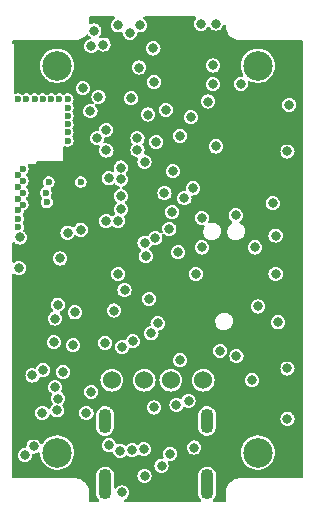
<source format=gbr>
%TF.GenerationSoftware,KiCad,Pcbnew,7.0.1-3b83917a11~172~ubuntu22.04.1*%
%TF.CreationDate,2023-07-05T11:02:10+02:00*%
%TF.ProjectId,phyphox-newton,70687970-686f-4782-9d6e-6577746f6e2e,rev?*%
%TF.SameCoordinates,Original*%
%TF.FileFunction,Copper,L3,Inr*%
%TF.FilePolarity,Positive*%
%FSLAX46Y46*%
G04 Gerber Fmt 4.6, Leading zero omitted, Abs format (unit mm)*
G04 Created by KiCad (PCBNEW 7.0.1-3b83917a11~172~ubuntu22.04.1) date 2023-07-05 11:02:10*
%MOMM*%
%LPD*%
G01*
G04 APERTURE LIST*
%TA.AperFunction,ComponentPad*%
%ADD10C,2.500000*%
%TD*%
%TA.AperFunction,ComponentPad*%
%ADD11O,1.100000X2.100000*%
%TD*%
%TA.AperFunction,ComponentPad*%
%ADD12O,1.100000X2.600000*%
%TD*%
%TA.AperFunction,ComponentPad*%
%ADD13C,1.524000*%
%TD*%
%TA.AperFunction,ViaPad*%
%ADD14C,0.800000*%
%TD*%
%TA.AperFunction,ViaPad*%
%ADD15C,0.600000*%
%TD*%
G04 APERTURE END LIST*
D10*
%TO.N,N/C*%
%TO.C,H3*%
X121000000Y-137625000D03*
%TD*%
D11*
%TO.N,GND*%
%TO.C,J2*%
X108055000Y-134945000D03*
D12*
X108055000Y-140305000D03*
D11*
X116695000Y-134945000D03*
D12*
X116695000Y-140305000D03*
%TD*%
D13*
%TO.N,SC*%
%TO.C,C1*%
X111375000Y-131500000D03*
%TO.N,GND*%
X116375000Y-131500000D03*
%TD*%
D10*
%TO.N,N/C*%
%TO.C,H1*%
X104000000Y-104875000D03*
%TD*%
D13*
%TO.N,SC*%
%TO.C,C13*%
X113625000Y-131500000D03*
%TO.N,GND*%
X108625000Y-131500000D03*
%TD*%
D10*
%TO.N,N/C*%
%TO.C,H4*%
X104000000Y-137625000D03*
%TD*%
%TO.N,N/C*%
%TO.C,H2*%
X121000000Y-104875000D03*
%TD*%
D14*
%TO.N,VL53_DRY*%
X106000000Y-118750000D03*
%TO.N,SWDIO*%
X109400500Y-114500000D03*
X106816275Y-108728275D03*
X114775500Y-116081637D03*
%TO.N,SWDCLK*%
X115500000Y-115250000D03*
X109400500Y-113500000D03*
X107500000Y-107500000D03*
%TO.N,/USB_N*%
X102001354Y-137105651D03*
X108171232Y-112046087D03*
%TO.N,/USB_P*%
X112200000Y-133800000D03*
X107400000Y-111000000D03*
X101258890Y-137848115D03*
X112840000Y-138730000D03*
%TO.N,SWO*%
X116250000Y-117750000D03*
%TO.N,RESET*%
X107150000Y-101900000D03*
X116200000Y-101325000D03*
D15*
X103022553Y-115624779D03*
D14*
X117175000Y-106425000D03*
X119550000Y-106400000D03*
%TO.N,SC*%
X122250000Y-116500000D03*
X117800000Y-129000000D03*
X123500000Y-112125000D03*
%TO.N,SDA*%
X104100499Y-133052417D03*
X112396094Y-111315204D03*
X110150498Y-102077635D03*
X106891344Y-132476443D03*
X110800000Y-112000000D03*
X112511746Y-126684003D03*
%TO.N,SCL*%
X111800000Y-124600000D03*
X104500000Y-130800000D03*
X111025000Y-101450498D03*
X110800000Y-111000000D03*
X108367339Y-114403050D03*
X102750000Y-134250000D03*
X106480500Y-134258375D03*
%TO.N,VBUS*%
X111400000Y-139600000D03*
X109706886Y-123878901D03*
D15*
X103138498Y-116415828D03*
D14*
X109500000Y-141000000D03*
X111346278Y-137346278D03*
X108049264Y-128338000D03*
X100833641Y-119407960D03*
D15*
%TO.N,GND*%
X100690000Y-107720000D03*
D14*
X122697119Y-126597234D03*
X114400000Y-110800000D03*
D15*
X105990000Y-114720000D03*
X101090000Y-113620000D03*
D14*
X112150498Y-103400498D03*
X109174645Y-122500500D03*
D15*
X104890000Y-111220000D03*
D14*
X111980707Y-127530763D03*
D15*
X100690000Y-114120000D03*
X101090000Y-116620000D03*
D14*
X119120000Y-117540000D03*
D15*
X103490000Y-107720000D03*
D14*
X121000000Y-125250000D03*
X110275367Y-107622922D03*
X120750000Y-120250000D03*
X104257765Y-121189441D03*
D15*
X100690000Y-118520000D03*
X102790000Y-107720000D03*
D14*
X108400000Y-137000000D03*
X108150000Y-110300000D03*
D15*
X101090000Y-115620000D03*
D14*
X116750000Y-107900000D03*
X100750000Y-122000000D03*
D15*
X100690000Y-115120000D03*
X102090000Y-107720000D03*
D14*
X110950000Y-105025000D03*
X123650000Y-108175000D03*
X111400000Y-113000000D03*
X114250000Y-120660000D03*
D15*
X104890000Y-107720000D03*
D14*
X115600000Y-137200000D03*
X117475000Y-101300000D03*
D15*
X104890000Y-108420000D03*
D14*
X111675000Y-109000000D03*
D15*
X101390000Y-107720000D03*
X100690000Y-117820000D03*
X104890000Y-110520000D03*
D14*
X122500000Y-119250000D03*
D15*
X101090000Y-114620000D03*
D14*
X115750000Y-122500000D03*
X103838000Y-132088000D03*
D15*
X103290000Y-114720000D03*
D14*
X123500000Y-134750000D03*
X101911897Y-131088103D03*
X109150000Y-101450498D03*
X117449999Y-111699999D03*
X103995085Y-134046345D03*
D15*
X104890000Y-109820000D03*
X100690000Y-117120000D03*
D14*
X122500500Y-122500000D03*
X105500000Y-125750000D03*
X111500000Y-121000000D03*
D15*
X104190000Y-107720000D03*
D14*
X106175000Y-106775000D03*
X123500000Y-130500000D03*
X116250000Y-120250000D03*
D15*
X100690000Y-116120000D03*
X104890000Y-109120000D03*
D14*
X119182069Y-129471389D03*
X105364689Y-128539481D03*
X106900000Y-103225000D03*
X117200000Y-104850000D03*
X120500000Y-131500000D03*
X104887979Y-119000000D03*
%TO.N,LED_G*%
X108153202Y-118013000D03*
X103804296Y-126278253D03*
%TO.N,LED_B*%
X104050500Y-125100000D03*
X109400500Y-117027345D03*
%TO.N,LED_R*%
X103725500Y-128270000D03*
X109152553Y-117995604D03*
%TO.N,VEML_INT*%
X107925000Y-103075000D03*
%TO.N,BMP581_INT*%
X109400000Y-115900000D03*
X102802165Y-130633760D03*
%TO.N,BMI_INT_2*%
X113200000Y-108600000D03*
X111399500Y-119872463D03*
X113088000Y-115656185D03*
%TO.N,BMI_INT_1*%
X113750000Y-117250000D03*
X112315055Y-119471510D03*
X113800000Y-113800000D03*
%TO.N,VCC_DAM*%
X110349356Y-137418043D03*
X114102755Y-133585833D03*
X108800000Y-125600000D03*
%TO.N,1Wire_DAM*%
X115125000Y-133250000D03*
X109351508Y-137475500D03*
X109516652Y-128667655D03*
%TO.N,1Wire*%
X113500000Y-118687000D03*
X115324218Y-109219439D03*
X112200000Y-106250000D03*
X110400000Y-128200000D03*
%TO.N,CC2*%
X114400000Y-129800000D03*
X113559312Y-137720688D03*
%TO.N,VCC*%
X123450000Y-103500000D03*
X116000000Y-125250000D03*
X101996296Y-118696431D03*
X115201446Y-101449998D03*
X111697367Y-116397247D03*
X109150498Y-105000000D03*
X114400000Y-109600000D03*
X106455500Y-131000000D03*
X105900000Y-136700000D03*
X103700000Y-123700000D03*
X114400000Y-112000000D03*
X111023497Y-110025806D03*
X116650000Y-114970000D03*
X108100500Y-127093750D03*
%TD*%
%TA.AperFunction,Conductor*%
%TO.N,VCC*%
G36*
X108834862Y-100715527D02*
G01*
X108879689Y-100756965D01*
X108899312Y-100814771D01*
X108888974Y-100874935D01*
X108851180Y-100922876D01*
X108721717Y-101022215D01*
X108625463Y-101147657D01*
X108564956Y-101293735D01*
X108544317Y-101450497D01*
X108564956Y-101607260D01*
X108625463Y-101753338D01*
X108721717Y-101878780D01*
X108847159Y-101975034D01*
X108993238Y-102035542D01*
X109150000Y-102056180D01*
X109306762Y-102035542D01*
X109377953Y-102006053D01*
X109433514Y-101996880D01*
X109487404Y-102013228D01*
X109528506Y-102051724D01*
X109548343Y-102104429D01*
X109565454Y-102234397D01*
X109625961Y-102380475D01*
X109722215Y-102505917D01*
X109808380Y-102572033D01*
X109847657Y-102602171D01*
X109993736Y-102662679D01*
X110150498Y-102683317D01*
X110307260Y-102662679D01*
X110453339Y-102602171D01*
X110578780Y-102505917D01*
X110675034Y-102380476D01*
X110735542Y-102234397D01*
X110747351Y-102144694D01*
X110771914Y-102085394D01*
X110822838Y-102046320D01*
X110886471Y-102037942D01*
X111025000Y-102056180D01*
X111181762Y-102035542D01*
X111327841Y-101975034D01*
X111453282Y-101878780D01*
X111549536Y-101753339D01*
X111610044Y-101607260D01*
X111630682Y-101450498D01*
X111610044Y-101293736D01*
X111549536Y-101147657D01*
X111546145Y-101143238D01*
X111453282Y-101022215D01*
X111323820Y-100922876D01*
X111286026Y-100874935D01*
X111275688Y-100814771D01*
X111295311Y-100756965D01*
X111340138Y-100715527D01*
X111399306Y-100700500D01*
X115670834Y-100700500D01*
X115736314Y-100719199D01*
X115782046Y-100769656D01*
X115794237Y-100836654D01*
X115769210Y-100899986D01*
X115675463Y-101022159D01*
X115614956Y-101168237D01*
X115594317Y-101325000D01*
X115614956Y-101481762D01*
X115675463Y-101627840D01*
X115771717Y-101753282D01*
X115864578Y-101824536D01*
X115897159Y-101849536D01*
X116043238Y-101910044D01*
X116200000Y-101930682D01*
X116356762Y-101910044D01*
X116502841Y-101849536D01*
X116628282Y-101753282D01*
X116724536Y-101627841D01*
X116728273Y-101618816D01*
X116767347Y-101567894D01*
X116826649Y-101543330D01*
X116890287Y-101551708D01*
X116941211Y-101590783D01*
X117046717Y-101728282D01*
X117147944Y-101805955D01*
X117172159Y-101824536D01*
X117318238Y-101885044D01*
X117475000Y-101905682D01*
X117631762Y-101885044D01*
X117777841Y-101824536D01*
X117903282Y-101728282D01*
X117999536Y-101602841D01*
X118060044Y-101456762D01*
X118060044Y-101456761D01*
X118060939Y-101454601D01*
X118102614Y-101401735D01*
X118165771Y-101378435D01*
X118231795Y-101391568D01*
X118281227Y-101437263D01*
X118299500Y-101502053D01*
X118299500Y-101594484D01*
X118329058Y-101781113D01*
X118370951Y-101910044D01*
X118387453Y-101960832D01*
X118473240Y-102129199D01*
X118506880Y-102175500D01*
X118584309Y-102282073D01*
X118717926Y-102415690D01*
X118770982Y-102454237D01*
X118870801Y-102526760D01*
X119039168Y-102612547D01*
X119218882Y-102670940D01*
X119218883Y-102670940D01*
X119218886Y-102670941D01*
X119405516Y-102700500D01*
X119405519Y-102700500D01*
X119477410Y-102700500D01*
X119500000Y-102700500D01*
X119539882Y-102700500D01*
X124675500Y-102700500D01*
X124737500Y-102717113D01*
X124782887Y-102762500D01*
X124799500Y-102824500D01*
X124799500Y-139675500D01*
X124782887Y-139737500D01*
X124737500Y-139782887D01*
X124675500Y-139799500D01*
X119405516Y-139799500D01*
X119218886Y-139829058D01*
X119039167Y-139887453D01*
X119008969Y-139902840D01*
X118870801Y-139973240D01*
X118870798Y-139973241D01*
X118870798Y-139973242D01*
X118717926Y-140084309D01*
X118584309Y-140217926D01*
X118473242Y-140370798D01*
X118387453Y-140539167D01*
X118329058Y-140718886D01*
X118299500Y-140905516D01*
X118299500Y-141675500D01*
X118282887Y-141737500D01*
X118237500Y-141782887D01*
X118175500Y-141799500D01*
X117315916Y-141799500D01*
X117249291Y-141780080D01*
X117203534Y-141727904D01*
X117192977Y-141659314D01*
X117220926Y-141595795D01*
X117326302Y-141470214D01*
X117405040Y-141313433D01*
X117420015Y-141250249D01*
X117445500Y-141142723D01*
X117445500Y-139511296D01*
X117445500Y-139511291D01*
X117430241Y-139380745D01*
X117370237Y-139215883D01*
X117273830Y-139069304D01*
X117216225Y-139014956D01*
X117146219Y-138948908D01*
X116994281Y-138861188D01*
X116994280Y-138861187D01*
X116826210Y-138810870D01*
X116800156Y-138809352D01*
X116651065Y-138800668D01*
X116504188Y-138826567D01*
X116478289Y-138831135D01*
X116408618Y-138861188D01*
X116317195Y-138900623D01*
X116176469Y-139005390D01*
X116063699Y-139139783D01*
X115984958Y-139296570D01*
X115944500Y-139467277D01*
X115944500Y-139467279D01*
X115944500Y-141098709D01*
X115949645Y-141142723D01*
X115959759Y-141229257D01*
X116019762Y-141394116D01*
X116019763Y-141394117D01*
X116116170Y-141540696D01*
X116163176Y-141585044D01*
X116163454Y-141585306D01*
X116195367Y-141634449D01*
X116201152Y-141692758D01*
X116179518Y-141747214D01*
X116135295Y-141785656D01*
X116078359Y-141799500D01*
X109762409Y-141799500D01*
X109697619Y-141781227D01*
X109651924Y-141731795D01*
X109638791Y-141665771D01*
X109662091Y-141602614D01*
X109714957Y-141560939D01*
X109763832Y-141540694D01*
X109802841Y-141524536D01*
X109928282Y-141428282D01*
X110024536Y-141302841D01*
X110085044Y-141156762D01*
X110105682Y-141000000D01*
X110085044Y-140843238D01*
X110024536Y-140697159D01*
X110009057Y-140676986D01*
X109928282Y-140571717D01*
X109802840Y-140475463D01*
X109656762Y-140414956D01*
X109500000Y-140394317D01*
X109343237Y-140414956D01*
X109197159Y-140475463D01*
X109071717Y-140571717D01*
X109027876Y-140628854D01*
X108979936Y-140666647D01*
X108919771Y-140676986D01*
X108861965Y-140657363D01*
X108820527Y-140612536D01*
X108805500Y-140553368D01*
X108805500Y-139600000D01*
X110794317Y-139600000D01*
X110814956Y-139756762D01*
X110875463Y-139902840D01*
X110971717Y-140028282D01*
X111074759Y-140107348D01*
X111097159Y-140124536D01*
X111243238Y-140185044D01*
X111400000Y-140205682D01*
X111556762Y-140185044D01*
X111702841Y-140124536D01*
X111828282Y-140028282D01*
X111924536Y-139902841D01*
X111985044Y-139756762D01*
X112005682Y-139600000D01*
X111985044Y-139443238D01*
X111924536Y-139297159D01*
X111924082Y-139296567D01*
X111828282Y-139171717D01*
X111702840Y-139075463D01*
X111556762Y-139014956D01*
X111399999Y-138994317D01*
X111243237Y-139014956D01*
X111097159Y-139075463D01*
X110971717Y-139171717D01*
X110875463Y-139297159D01*
X110814956Y-139443237D01*
X110794317Y-139600000D01*
X108805500Y-139600000D01*
X108805500Y-139511296D01*
X108805500Y-139511291D01*
X108790241Y-139380745D01*
X108730237Y-139215883D01*
X108633830Y-139069304D01*
X108576225Y-139014956D01*
X108506219Y-138948908D01*
X108354281Y-138861188D01*
X108354280Y-138861187D01*
X108186210Y-138810870D01*
X108160156Y-138809352D01*
X108011065Y-138800668D01*
X107864188Y-138826567D01*
X107838289Y-138831135D01*
X107768618Y-138861188D01*
X107677195Y-138900623D01*
X107536469Y-139005390D01*
X107423699Y-139139783D01*
X107344958Y-139296570D01*
X107304500Y-139467277D01*
X107304500Y-139467279D01*
X107304500Y-141098709D01*
X107309645Y-141142723D01*
X107319759Y-141229257D01*
X107379762Y-141394116D01*
X107379763Y-141394117D01*
X107476170Y-141540696D01*
X107523176Y-141585044D01*
X107523454Y-141585306D01*
X107555367Y-141634449D01*
X107561152Y-141692758D01*
X107539518Y-141747214D01*
X107495295Y-141785656D01*
X107438359Y-141799500D01*
X106824500Y-141799500D01*
X106762500Y-141782887D01*
X106717113Y-141737500D01*
X106700500Y-141675500D01*
X106700500Y-140905516D01*
X106670941Y-140718886D01*
X106666666Y-140705728D01*
X106612547Y-140539168D01*
X106526760Y-140370801D01*
X106451428Y-140267116D01*
X106415690Y-140217926D01*
X106282073Y-140084309D01*
X106183248Y-140012509D01*
X106129199Y-139973240D01*
X105960832Y-139887453D01*
X105781113Y-139829058D01*
X105594484Y-139799500D01*
X105594481Y-139799500D01*
X105522590Y-139799500D01*
X100324500Y-139799500D01*
X100262500Y-139782887D01*
X100217113Y-139737500D01*
X100200500Y-139675500D01*
X100200500Y-137848114D01*
X100653207Y-137848114D01*
X100673846Y-138004877D01*
X100734353Y-138150955D01*
X100830607Y-138276397D01*
X100895734Y-138326370D01*
X100956049Y-138372651D01*
X101102128Y-138433159D01*
X101238251Y-138451079D01*
X101258889Y-138453797D01*
X101258889Y-138453796D01*
X101258890Y-138453797D01*
X101415652Y-138433159D01*
X101561731Y-138372651D01*
X101687172Y-138276397D01*
X101783426Y-138150956D01*
X101843934Y-138004877D01*
X101864572Y-137848115D01*
X101864572Y-137848114D01*
X101866703Y-137831930D01*
X101866785Y-137831940D01*
X101870446Y-137794770D01*
X101900185Y-137746946D01*
X101948009Y-137717207D01*
X101985179Y-137713546D01*
X101985169Y-137713464D01*
X102015838Y-137709426D01*
X102158116Y-137690695D01*
X102304195Y-137630187D01*
X102350269Y-137594832D01*
X102411053Y-137570083D01*
X102475957Y-137579824D01*
X102526797Y-137621328D01*
X102549332Y-137682968D01*
X102564379Y-137864558D01*
X102564379Y-137864561D01*
X102564380Y-137864563D01*
X102623390Y-138097591D01*
X102719951Y-138317728D01*
X102851429Y-138518969D01*
X103014236Y-138695825D01*
X103014239Y-138695827D01*
X103203927Y-138843468D01*
X103203929Y-138843469D01*
X103203933Y-138843472D01*
X103415344Y-138957882D01*
X103642703Y-139035934D01*
X103879808Y-139075500D01*
X104120191Y-139075500D01*
X104120192Y-139075500D01*
X104357297Y-139035934D01*
X104584656Y-138957882D01*
X104796067Y-138843472D01*
X104941856Y-138730000D01*
X112234317Y-138730000D01*
X112254956Y-138886762D01*
X112315463Y-139032840D01*
X112411717Y-139158282D01*
X112486785Y-139215883D01*
X112537159Y-139254536D01*
X112683238Y-139315044D01*
X112819361Y-139332964D01*
X112839999Y-139335682D01*
X112839999Y-139335681D01*
X112840000Y-139335682D01*
X112996762Y-139315044D01*
X113142841Y-139254536D01*
X113268282Y-139158282D01*
X113364536Y-139032841D01*
X113425044Y-138886762D01*
X113445682Y-138730000D01*
X113425044Y-138573238D01*
X113391336Y-138491859D01*
X113382958Y-138428221D01*
X113407522Y-138368920D01*
X113458446Y-138329845D01*
X113522080Y-138321468D01*
X113559312Y-138326370D01*
X113716074Y-138305732D01*
X113862153Y-138245224D01*
X113987594Y-138148970D01*
X114083848Y-138023529D01*
X114144356Y-137877450D01*
X114164994Y-137720688D01*
X114144356Y-137563926D01*
X114083848Y-137417847D01*
X114036976Y-137356762D01*
X113987594Y-137292405D01*
X113867167Y-137199999D01*
X114994317Y-137199999D01*
X115014956Y-137356762D01*
X115075463Y-137502840D01*
X115171717Y-137628282D01*
X115287608Y-137717207D01*
X115297159Y-137724536D01*
X115443238Y-137785044D01*
X115600000Y-137805682D01*
X115756762Y-137785044D01*
X115902841Y-137724536D01*
X116028282Y-137628282D01*
X116030800Y-137625000D01*
X119544528Y-137625000D01*
X119564379Y-137864558D01*
X119564379Y-137864561D01*
X119564380Y-137864563D01*
X119623390Y-138097591D01*
X119719951Y-138317728D01*
X119851429Y-138518969D01*
X120014236Y-138695825D01*
X120014239Y-138695827D01*
X120203927Y-138843468D01*
X120203929Y-138843469D01*
X120203933Y-138843472D01*
X120415344Y-138957882D01*
X120642703Y-139035934D01*
X120879808Y-139075500D01*
X121120191Y-139075500D01*
X121120192Y-139075500D01*
X121357297Y-139035934D01*
X121584656Y-138957882D01*
X121796067Y-138843472D01*
X121985764Y-138695825D01*
X122148571Y-138518969D01*
X122280049Y-138317728D01*
X122376610Y-138097591D01*
X122435620Y-137864563D01*
X122455471Y-137625000D01*
X122435620Y-137385437D01*
X122376610Y-137152409D01*
X122280049Y-136932272D01*
X122148571Y-136731031D01*
X121985764Y-136554175D01*
X121916119Y-136499968D01*
X121796072Y-136406531D01*
X121796068Y-136406528D01*
X121796067Y-136406528D01*
X121584656Y-136292118D01*
X121584655Y-136292117D01*
X121584652Y-136292116D01*
X121357299Y-136214066D01*
X121199226Y-136187688D01*
X121120192Y-136174500D01*
X120879808Y-136174500D01*
X120820531Y-136184391D01*
X120642700Y-136214066D01*
X120415347Y-136292116D01*
X120203927Y-136406531D01*
X120014239Y-136554172D01*
X120014236Y-136554174D01*
X120014236Y-136554175D01*
X119851429Y-136731031D01*
X119742892Y-136897159D01*
X119719950Y-136932274D01*
X119712662Y-136948889D01*
X119623390Y-137152409D01*
X119574297Y-137346277D01*
X119564379Y-137385441D01*
X119544528Y-137625000D01*
X116030800Y-137625000D01*
X116124536Y-137502841D01*
X116185044Y-137356762D01*
X116205682Y-137200000D01*
X116205175Y-137196152D01*
X116200284Y-137158999D01*
X116185044Y-137043238D01*
X116124536Y-136897159D01*
X116101527Y-136867173D01*
X116028282Y-136771717D01*
X115902840Y-136675463D01*
X115756762Y-136614956D01*
X115600000Y-136594317D01*
X115443237Y-136614956D01*
X115297159Y-136675463D01*
X115171717Y-136771717D01*
X115075463Y-136897159D01*
X115014956Y-137043237D01*
X114994317Y-137199999D01*
X113867167Y-137199999D01*
X113862152Y-137196151D01*
X113716074Y-137135644D01*
X113559311Y-137115005D01*
X113402549Y-137135644D01*
X113256471Y-137196151D01*
X113131029Y-137292405D01*
X113034775Y-137417847D01*
X112974268Y-137563925D01*
X112953629Y-137720687D01*
X112974268Y-137877450D01*
X113007975Y-137958828D01*
X113016353Y-138022466D01*
X112991790Y-138081767D01*
X112940867Y-138120841D01*
X112877229Y-138129219D01*
X112840000Y-138124317D01*
X112683237Y-138144956D01*
X112537159Y-138205463D01*
X112411717Y-138301717D01*
X112315463Y-138427159D01*
X112254956Y-138573237D01*
X112234317Y-138730000D01*
X104941856Y-138730000D01*
X104985764Y-138695825D01*
X105148571Y-138518969D01*
X105280049Y-138317728D01*
X105376610Y-138097591D01*
X105435620Y-137864563D01*
X105455471Y-137625000D01*
X105435620Y-137385437D01*
X105376610Y-137152409D01*
X105309757Y-137000000D01*
X107794317Y-137000000D01*
X107814956Y-137156762D01*
X107875463Y-137302840D01*
X107971717Y-137428282D01*
X108068884Y-137502840D01*
X108097159Y-137524536D01*
X108243238Y-137585044D01*
X108400000Y-137605682D01*
X108556762Y-137585044D01*
X108604502Y-137565269D01*
X108668136Y-137556892D01*
X108727437Y-137581455D01*
X108766512Y-137632378D01*
X108826972Y-137778341D01*
X108923225Y-137903782D01*
X109048666Y-138000035D01*
X109048667Y-138000036D01*
X109194746Y-138060544D01*
X109351508Y-138081182D01*
X109508270Y-138060544D01*
X109654349Y-138000036D01*
X109779790Y-137903782D01*
X109784409Y-137897761D01*
X109835332Y-137858685D01*
X109898971Y-137850306D01*
X109958273Y-137874869D01*
X110046514Y-137942578D01*
X110046515Y-137942579D01*
X110192594Y-138003087D01*
X110349356Y-138023725D01*
X110506118Y-138003087D01*
X110652197Y-137942579D01*
X110777638Y-137846325D01*
X110788826Y-137831743D01*
X110839748Y-137792670D01*
X110903386Y-137784291D01*
X110962688Y-137808854D01*
X111043437Y-137870814D01*
X111189516Y-137931322D01*
X111325639Y-137949242D01*
X111346277Y-137951960D01*
X111346277Y-137951959D01*
X111346278Y-137951960D01*
X111503040Y-137931322D01*
X111649119Y-137870814D01*
X111774560Y-137774560D01*
X111870814Y-137649119D01*
X111931322Y-137503040D01*
X111951960Y-137346278D01*
X111931322Y-137189516D01*
X111870814Y-137043437D01*
X111826296Y-136985420D01*
X111774560Y-136917995D01*
X111649118Y-136821741D01*
X111503040Y-136761234D01*
X111346278Y-136740595D01*
X111189515Y-136761234D01*
X111043437Y-136821741D01*
X110917995Y-136917996D01*
X110906805Y-136932579D01*
X110855882Y-136971652D01*
X110792245Y-136980029D01*
X110732945Y-136955466D01*
X110652196Y-136893506D01*
X110506118Y-136832999D01*
X110349356Y-136812360D01*
X110192593Y-136832999D01*
X110046515Y-136893506D01*
X109921073Y-136989761D01*
X109916450Y-136995786D01*
X109865527Y-137034859D01*
X109801890Y-137043236D01*
X109742590Y-137018673D01*
X109654348Y-136950963D01*
X109508270Y-136890456D01*
X109351508Y-136869817D01*
X109212983Y-136888054D01*
X109194746Y-136890456D01*
X109161069Y-136904405D01*
X109147007Y-136910230D01*
X109083370Y-136918607D01*
X109024069Y-136894043D01*
X108984995Y-136843120D01*
X108938567Y-136731034D01*
X108924536Y-136697159D01*
X108907888Y-136675463D01*
X108828282Y-136571717D01*
X108702840Y-136475463D01*
X108556762Y-136414956D01*
X108399999Y-136394317D01*
X108347192Y-136401270D01*
X108288879Y-136394955D01*
X108265235Y-136379281D01*
X108258685Y-136392939D01*
X108210571Y-136428487D01*
X108097158Y-136475464D01*
X107971717Y-136571717D01*
X107875463Y-136697159D01*
X107814956Y-136843237D01*
X107794317Y-137000000D01*
X105309757Y-137000000D01*
X105280049Y-136932272D01*
X105148571Y-136731031D01*
X104985764Y-136554175D01*
X104916119Y-136499968D01*
X104796072Y-136406531D01*
X104796068Y-136406528D01*
X104796067Y-136406528D01*
X104584656Y-136292118D01*
X104584655Y-136292117D01*
X104584652Y-136292116D01*
X104357299Y-136214066D01*
X104199226Y-136187688D01*
X104120192Y-136174500D01*
X103879808Y-136174500D01*
X103820531Y-136184391D01*
X103642700Y-136214066D01*
X103415347Y-136292116D01*
X103203927Y-136406531D01*
X103014239Y-136554172D01*
X103014236Y-136554174D01*
X103014236Y-136554175D01*
X102998087Y-136571718D01*
X102851426Y-136731034D01*
X102762482Y-136867173D01*
X102712558Y-136911032D01*
X102647157Y-136922815D01*
X102585065Y-136899139D01*
X102544113Y-136846804D01*
X102529846Y-136812361D01*
X102525890Y-136802810D01*
X102478151Y-136740595D01*
X102429636Y-136677368D01*
X102304194Y-136581114D01*
X102158116Y-136520607D01*
X102001354Y-136499968D01*
X101844591Y-136520607D01*
X101698513Y-136581114D01*
X101573071Y-136677368D01*
X101476817Y-136802810D01*
X101416310Y-136948888D01*
X101393541Y-137121836D01*
X101393457Y-137121825D01*
X101389795Y-137158999D01*
X101360058Y-137206819D01*
X101312238Y-137236556D01*
X101275064Y-137240218D01*
X101275075Y-137240302D01*
X101102127Y-137263071D01*
X100956049Y-137323578D01*
X100830607Y-137419832D01*
X100734353Y-137545274D01*
X100673846Y-137691352D01*
X100653207Y-137848114D01*
X100200500Y-137848114D01*
X100200500Y-134249999D01*
X102144317Y-134249999D01*
X102164956Y-134406762D01*
X102225463Y-134552840D01*
X102321717Y-134678282D01*
X102415183Y-134750000D01*
X102447159Y-134774536D01*
X102593238Y-134835044D01*
X102729360Y-134852964D01*
X102749999Y-134855682D01*
X102749999Y-134855681D01*
X102750000Y-134855682D01*
X102906762Y-134835044D01*
X103052841Y-134774536D01*
X103178282Y-134678282D01*
X103274536Y-134552841D01*
X103315846Y-134453109D01*
X103354919Y-134402188D01*
X103414221Y-134377624D01*
X103477859Y-134386002D01*
X103528782Y-134425077D01*
X103566802Y-134474627D01*
X103668732Y-134552840D01*
X103692244Y-134570881D01*
X103838323Y-134631389D01*
X103974445Y-134649309D01*
X103995084Y-134652027D01*
X103995084Y-134652026D01*
X103995085Y-134652027D01*
X104151847Y-134631389D01*
X104297926Y-134570881D01*
X104423367Y-134474627D01*
X104519621Y-134349186D01*
X104557236Y-134258375D01*
X105874817Y-134258375D01*
X105895456Y-134415137D01*
X105955963Y-134561215D01*
X106052217Y-134686657D01*
X106134768Y-134750000D01*
X106177659Y-134782911D01*
X106323738Y-134843419D01*
X106459860Y-134861339D01*
X106480499Y-134864057D01*
X106480499Y-134864056D01*
X106480500Y-134864057D01*
X106637262Y-134843419D01*
X106783341Y-134782911D01*
X106908782Y-134686657D01*
X107005036Y-134561216D01*
X107065544Y-134415137D01*
X107065544Y-134415136D01*
X107065939Y-134414183D01*
X107107614Y-134361317D01*
X107138913Y-134349770D01*
X107229859Y-134349770D01*
X107236795Y-134351150D01*
X107286227Y-134396845D01*
X107304500Y-134461635D01*
X107304500Y-135488709D01*
X107309645Y-135532723D01*
X107319759Y-135619257D01*
X107379762Y-135784116D01*
X107476170Y-135930696D01*
X107603780Y-136051091D01*
X107603782Y-136051092D01*
X107755719Y-136138812D01*
X107923790Y-136189130D01*
X108075231Y-136197950D01*
X108098932Y-136199331D01*
X108098932Y-136199330D01*
X108098935Y-136199331D01*
X108141586Y-136191810D01*
X108201263Y-136195939D01*
X108228714Y-136213008D01*
X108235059Y-136199782D01*
X108281892Y-136164473D01*
X108432804Y-136099377D01*
X108573530Y-135994610D01*
X108686302Y-135860214D01*
X108765040Y-135703433D01*
X108765041Y-135703429D01*
X108805500Y-135532723D01*
X108805500Y-135488709D01*
X115944500Y-135488709D01*
X115949645Y-135532723D01*
X115959759Y-135619257D01*
X116019762Y-135784116D01*
X116116170Y-135930696D01*
X116243780Y-136051091D01*
X116243782Y-136051092D01*
X116395719Y-136138812D01*
X116563790Y-136189130D01*
X116730250Y-136198825D01*
X116738934Y-136199331D01*
X116738934Y-136199330D01*
X116738935Y-136199331D01*
X116911711Y-136168865D01*
X117072804Y-136099377D01*
X117213530Y-135994610D01*
X117326302Y-135860214D01*
X117405040Y-135703433D01*
X117405041Y-135703429D01*
X117445500Y-135532723D01*
X117445500Y-134750000D01*
X122894317Y-134750000D01*
X122914956Y-134906762D01*
X122975463Y-135052840D01*
X123071717Y-135178282D01*
X123197159Y-135274536D01*
X123343238Y-135335044D01*
X123500000Y-135355682D01*
X123656762Y-135335044D01*
X123802841Y-135274536D01*
X123928282Y-135178282D01*
X124024536Y-135052841D01*
X124085044Y-134906762D01*
X124105682Y-134750000D01*
X124085044Y-134593238D01*
X124024536Y-134447159D01*
X123999233Y-134414183D01*
X123928282Y-134321717D01*
X123802840Y-134225463D01*
X123656762Y-134164956D01*
X123500000Y-134144317D01*
X123343237Y-134164956D01*
X123197159Y-134225463D01*
X123071717Y-134321717D01*
X122975463Y-134447159D01*
X122914956Y-134593237D01*
X122894317Y-134750000D01*
X117445500Y-134750000D01*
X117445500Y-134401296D01*
X117445500Y-134401291D01*
X117430241Y-134270745D01*
X117370237Y-134105883D01*
X117273830Y-133959304D01*
X117230814Y-133918720D01*
X117146219Y-133838908D01*
X116994281Y-133751188D01*
X116968615Y-133743504D01*
X116826210Y-133700870D01*
X116800156Y-133699352D01*
X116651065Y-133690668D01*
X116504188Y-133716567D01*
X116478289Y-133721135D01*
X116408618Y-133751188D01*
X116317195Y-133790623D01*
X116176469Y-133895390D01*
X116063699Y-134029783D01*
X115984958Y-134186570D01*
X115944500Y-134357277D01*
X115944500Y-134357279D01*
X115944500Y-135488709D01*
X108805500Y-135488709D01*
X108805500Y-134401296D01*
X108805500Y-134401291D01*
X108790241Y-134270745D01*
X108730237Y-134105883D01*
X108633830Y-133959304D01*
X108590814Y-133918720D01*
X108506219Y-133838908D01*
X108438827Y-133800000D01*
X111594317Y-133800000D01*
X111614956Y-133956762D01*
X111675463Y-134102840D01*
X111771717Y-134228282D01*
X111897159Y-134324536D01*
X112043238Y-134385044D01*
X112179360Y-134402964D01*
X112199999Y-134405682D01*
X112199999Y-134405681D01*
X112200000Y-134405682D01*
X112356762Y-134385044D01*
X112502841Y-134324536D01*
X112628282Y-134228282D01*
X112724536Y-134102841D01*
X112785044Y-133956762D01*
X112805682Y-133800000D01*
X112785044Y-133643238D01*
X112761266Y-133585832D01*
X113497072Y-133585832D01*
X113517711Y-133742595D01*
X113578218Y-133888673D01*
X113674472Y-134014115D01*
X113777587Y-134093237D01*
X113799914Y-134110369D01*
X113945993Y-134170877D01*
X114082115Y-134188797D01*
X114102754Y-134191515D01*
X114102754Y-134191514D01*
X114102755Y-134191515D01*
X114259517Y-134170877D01*
X114405596Y-134110369D01*
X114531037Y-134014115D01*
X114627291Y-133888674D01*
X114648731Y-133836912D01*
X114687802Y-133785993D01*
X114747104Y-133761429D01*
X114810743Y-133769807D01*
X114822158Y-133774535D01*
X114822159Y-133774536D01*
X114968238Y-133835044D01*
X115125000Y-133855682D01*
X115281762Y-133835044D01*
X115427841Y-133774536D01*
X115553282Y-133678282D01*
X115649536Y-133552841D01*
X115710044Y-133406762D01*
X115730682Y-133250000D01*
X115710044Y-133093238D01*
X115649536Y-132947159D01*
X115649535Y-132947158D01*
X115553282Y-132821717D01*
X115427840Y-132725463D01*
X115281762Y-132664956D01*
X115125000Y-132644317D01*
X114968237Y-132664956D01*
X114822159Y-132725463D01*
X114696717Y-132821717D01*
X114600464Y-132947158D01*
X114579025Y-132998917D01*
X114539951Y-133049840D01*
X114480650Y-133074403D01*
X114417012Y-133066025D01*
X114259517Y-133000789D01*
X114102755Y-132980150D01*
X113945992Y-133000789D01*
X113799914Y-133061296D01*
X113674472Y-133157550D01*
X113578218Y-133282992D01*
X113517711Y-133429070D01*
X113497072Y-133585832D01*
X112761266Y-133585832D01*
X112724536Y-133497159D01*
X112709198Y-133477170D01*
X112628282Y-133371717D01*
X112502840Y-133275463D01*
X112356762Y-133214956D01*
X112200000Y-133194317D01*
X112043237Y-133214956D01*
X111897159Y-133275463D01*
X111771717Y-133371717D01*
X111675463Y-133497159D01*
X111614956Y-133643237D01*
X111594317Y-133800000D01*
X108438827Y-133800000D01*
X108354281Y-133751188D01*
X108328615Y-133743504D01*
X108186210Y-133700870D01*
X108160156Y-133699352D01*
X108011065Y-133690668D01*
X107864188Y-133716567D01*
X107838289Y-133721135D01*
X107768618Y-133751188D01*
X107677195Y-133790623D01*
X107536469Y-133895390D01*
X107423699Y-134029783D01*
X107344958Y-134186570D01*
X107328071Y-134257823D01*
X107294839Y-134317163D01*
X107235307Y-134350048D01*
X107229859Y-134349770D01*
X107138913Y-134349770D01*
X107160495Y-134341808D01*
X107111503Y-134307821D01*
X107084475Y-134245411D01*
X107081849Y-134225463D01*
X107065544Y-134101613D01*
X107005036Y-133955534D01*
X106957940Y-133894157D01*
X106908782Y-133830092D01*
X106783340Y-133733838D01*
X106637262Y-133673331D01*
X106480500Y-133652692D01*
X106323737Y-133673331D01*
X106177659Y-133733838D01*
X106052217Y-133830092D01*
X105955963Y-133955534D01*
X105895456Y-134101612D01*
X105874817Y-134258375D01*
X104557236Y-134258375D01*
X104580129Y-134203107D01*
X104600767Y-134046345D01*
X104580129Y-133889583D01*
X104519621Y-133743504D01*
X104512204Y-133733838D01*
X104471577Y-133680891D01*
X104447014Y-133621590D01*
X104455392Y-133557952D01*
X104494467Y-133507029D01*
X104494945Y-133506661D01*
X104528781Y-133480699D01*
X104625035Y-133355258D01*
X104685543Y-133209179D01*
X104706181Y-133052417D01*
X104685543Y-132895655D01*
X104625035Y-132749576D01*
X104606533Y-132725464D01*
X104528781Y-132624134D01*
X104404790Y-132528993D01*
X104370287Y-132487874D01*
X104367224Y-132476443D01*
X106285661Y-132476443D01*
X106306300Y-132633205D01*
X106366807Y-132779283D01*
X106463061Y-132904725D01*
X106518363Y-132947159D01*
X106588503Y-133000979D01*
X106734582Y-133061487D01*
X106891344Y-133082125D01*
X107048106Y-133061487D01*
X107194185Y-133000979D01*
X107319626Y-132904725D01*
X107415880Y-132779284D01*
X107476388Y-132633205D01*
X107497026Y-132476443D01*
X107476388Y-132319681D01*
X107415880Y-132173602D01*
X107415879Y-132173601D01*
X107319626Y-132048160D01*
X107194184Y-131951906D01*
X107048106Y-131891399D01*
X106891344Y-131870760D01*
X106734581Y-131891399D01*
X106588503Y-131951906D01*
X106463061Y-132048160D01*
X106366807Y-132173602D01*
X106306300Y-132319680D01*
X106285661Y-132476443D01*
X104367224Y-132476443D01*
X104356394Y-132436026D01*
X104365714Y-132383167D01*
X104423044Y-132244762D01*
X104443682Y-132088000D01*
X104423044Y-131931238D01*
X104362536Y-131785159D01*
X104266282Y-131659717D01*
X104145385Y-131566950D01*
X104125869Y-131542635D01*
X104069676Y-131533986D01*
X103994762Y-131502956D01*
X103972302Y-131499999D01*
X107657843Y-131499999D01*
X107676426Y-131688681D01*
X107731464Y-131870117D01*
X107762554Y-131928282D01*
X107820838Y-132037324D01*
X107941117Y-132183883D01*
X108087676Y-132304162D01*
X108254885Y-132393537D01*
X108436317Y-132448573D01*
X108625000Y-132467157D01*
X108813683Y-132448573D01*
X108995115Y-132393537D01*
X109162324Y-132304162D01*
X109308883Y-132183883D01*
X109429162Y-132037324D01*
X109518537Y-131870115D01*
X109573573Y-131688683D01*
X109592157Y-131500000D01*
X109592157Y-131499999D01*
X110407843Y-131499999D01*
X110426426Y-131688681D01*
X110481464Y-131870117D01*
X110512554Y-131928282D01*
X110570838Y-132037324D01*
X110691117Y-132183883D01*
X110837676Y-132304162D01*
X111004885Y-132393537D01*
X111186317Y-132448573D01*
X111375000Y-132467157D01*
X111563683Y-132448573D01*
X111745115Y-132393537D01*
X111912324Y-132304162D01*
X112058883Y-132183883D01*
X112179162Y-132037324D01*
X112268537Y-131870115D01*
X112323573Y-131688683D01*
X112342157Y-131500000D01*
X112342157Y-131499999D01*
X112657843Y-131499999D01*
X112676426Y-131688681D01*
X112731464Y-131870117D01*
X112762554Y-131928282D01*
X112820838Y-132037324D01*
X112941117Y-132183883D01*
X113087676Y-132304162D01*
X113254885Y-132393537D01*
X113436317Y-132448573D01*
X113625000Y-132467157D01*
X113813683Y-132448573D01*
X113995115Y-132393537D01*
X114162324Y-132304162D01*
X114308883Y-132183883D01*
X114429162Y-132037324D01*
X114518537Y-131870115D01*
X114573573Y-131688683D01*
X114592157Y-131500000D01*
X114592157Y-131499999D01*
X115407843Y-131499999D01*
X115426426Y-131688681D01*
X115481464Y-131870117D01*
X115512554Y-131928282D01*
X115570838Y-132037324D01*
X115691117Y-132183883D01*
X115837676Y-132304162D01*
X116004885Y-132393537D01*
X116186317Y-132448573D01*
X116375000Y-132467157D01*
X116563683Y-132448573D01*
X116745115Y-132393537D01*
X116912324Y-132304162D01*
X117058883Y-132183883D01*
X117179162Y-132037324D01*
X117268537Y-131870115D01*
X117323573Y-131688683D01*
X117342157Y-131500000D01*
X119894317Y-131500000D01*
X119914956Y-131656762D01*
X119975463Y-131802840D01*
X120071717Y-131928282D01*
X120197158Y-132024535D01*
X120197159Y-132024536D01*
X120343238Y-132085044D01*
X120500000Y-132105682D01*
X120656762Y-132085044D01*
X120802841Y-132024536D01*
X120928282Y-131928282D01*
X121024536Y-131802841D01*
X121085044Y-131656762D01*
X121105682Y-131500000D01*
X121085044Y-131343238D01*
X121024536Y-131197159D01*
X120997432Y-131161836D01*
X120928282Y-131071717D01*
X120802840Y-130975463D01*
X120656762Y-130914956D01*
X120500000Y-130894317D01*
X120343237Y-130914956D01*
X120197159Y-130975463D01*
X120071717Y-131071717D01*
X119975463Y-131197159D01*
X119914956Y-131343237D01*
X119894317Y-131500000D01*
X117342157Y-131500000D01*
X117323573Y-131311317D01*
X117268537Y-131129885D01*
X117179162Y-130962676D01*
X117058883Y-130816117D01*
X116912324Y-130695838D01*
X116745115Y-130606463D01*
X116654398Y-130578944D01*
X116563681Y-130551426D01*
X116375000Y-130532843D01*
X116186318Y-130551426D01*
X116004882Y-130606464D01*
X115837677Y-130695837D01*
X115691117Y-130816117D01*
X115570837Y-130962677D01*
X115481464Y-131129882D01*
X115426426Y-131311318D01*
X115407843Y-131499999D01*
X114592157Y-131499999D01*
X114573573Y-131311317D01*
X114518537Y-131129885D01*
X114429162Y-130962676D01*
X114308883Y-130816117D01*
X114162324Y-130695838D01*
X113995115Y-130606463D01*
X113904398Y-130578944D01*
X113813681Y-130551426D01*
X113625000Y-130532843D01*
X113436318Y-130551426D01*
X113254882Y-130606464D01*
X113087677Y-130695837D01*
X112941117Y-130816117D01*
X112820837Y-130962677D01*
X112731464Y-131129882D01*
X112676426Y-131311318D01*
X112657843Y-131499999D01*
X112342157Y-131499999D01*
X112323573Y-131311317D01*
X112268537Y-131129885D01*
X112179162Y-130962676D01*
X112058883Y-130816117D01*
X111912324Y-130695838D01*
X111745115Y-130606463D01*
X111654398Y-130578944D01*
X111563681Y-130551426D01*
X111375000Y-130532843D01*
X111186318Y-130551426D01*
X111004882Y-130606464D01*
X110837677Y-130695837D01*
X110691117Y-130816117D01*
X110570837Y-130962677D01*
X110481464Y-131129882D01*
X110426426Y-131311318D01*
X110407843Y-131499999D01*
X109592157Y-131499999D01*
X109573573Y-131311317D01*
X109518537Y-131129885D01*
X109429162Y-130962676D01*
X109308883Y-130816117D01*
X109162324Y-130695838D01*
X108995115Y-130606463D01*
X108904398Y-130578944D01*
X108813681Y-130551426D01*
X108625000Y-130532843D01*
X108436318Y-130551426D01*
X108254882Y-130606464D01*
X108087677Y-130695837D01*
X107941117Y-130816117D01*
X107820837Y-130962677D01*
X107731464Y-131129882D01*
X107676426Y-131311318D01*
X107657843Y-131499999D01*
X103972302Y-131499999D01*
X103838000Y-131482317D01*
X103681237Y-131502956D01*
X103535159Y-131563463D01*
X103409717Y-131659717D01*
X103313463Y-131785159D01*
X103252956Y-131931237D01*
X103232317Y-132087999D01*
X103252956Y-132244762D01*
X103313463Y-132390840D01*
X103409717Y-132516282D01*
X103533708Y-132611423D01*
X103568211Y-132652542D01*
X103582104Y-132704390D01*
X103572783Y-132757251D01*
X103515455Y-132895654D01*
X103494816Y-133052417D01*
X103515455Y-133209179D01*
X103575962Y-133355257D01*
X103624006Y-133417870D01*
X103648569Y-133477170D01*
X103640192Y-133540808D01*
X103601118Y-133591731D01*
X103566802Y-133618063D01*
X103470548Y-133743503D01*
X103429239Y-133843234D01*
X103390164Y-133894157D01*
X103330863Y-133918720D01*
X103267225Y-133910342D01*
X103216302Y-133871267D01*
X103191472Y-133838908D01*
X103178282Y-133821718D01*
X103149978Y-133800000D01*
X103052840Y-133725463D01*
X102906762Y-133664956D01*
X102750000Y-133644317D01*
X102593237Y-133664956D01*
X102447159Y-133725463D01*
X102321717Y-133821717D01*
X102225463Y-133947159D01*
X102164956Y-134093237D01*
X102144317Y-134249999D01*
X100200500Y-134249999D01*
X100200500Y-131088102D01*
X101306214Y-131088102D01*
X101326853Y-131244865D01*
X101387360Y-131390943D01*
X101483614Y-131516385D01*
X101609056Y-131612639D01*
X101755135Y-131673147D01*
X101891258Y-131691067D01*
X101911896Y-131693785D01*
X101911896Y-131693784D01*
X101911897Y-131693785D01*
X102068659Y-131673147D01*
X102214738Y-131612639D01*
X102340179Y-131516385D01*
X102436433Y-131390944D01*
X102480444Y-131284691D01*
X102519518Y-131233769D01*
X102578820Y-131209206D01*
X102642457Y-131217583D01*
X102645403Y-131218804D01*
X102783927Y-131237040D01*
X102802164Y-131239442D01*
X102802164Y-131239441D01*
X102802165Y-131239442D01*
X102958927Y-131218804D01*
X103105006Y-131158296D01*
X103230447Y-131062042D01*
X103326701Y-130936601D01*
X103383283Y-130799999D01*
X103894317Y-130799999D01*
X103914956Y-130956762D01*
X103975463Y-131102840D01*
X104071717Y-131228282D01*
X104192614Y-131321049D01*
X104212128Y-131345363D01*
X104268321Y-131354012D01*
X104343238Y-131385044D01*
X104500000Y-131405682D01*
X104656762Y-131385044D01*
X104802841Y-131324536D01*
X104928282Y-131228282D01*
X105024536Y-131102841D01*
X105085044Y-130956762D01*
X105105682Y-130800000D01*
X105085044Y-130643238D01*
X105025712Y-130499999D01*
X122894317Y-130499999D01*
X122914956Y-130656762D01*
X122975463Y-130802840D01*
X123071717Y-130928282D01*
X123197158Y-131024535D01*
X123197159Y-131024536D01*
X123343238Y-131085044D01*
X123500000Y-131105682D01*
X123656762Y-131085044D01*
X123802841Y-131024536D01*
X123928282Y-130928282D01*
X124024536Y-130802841D01*
X124085044Y-130656762D01*
X124105682Y-130500000D01*
X124085044Y-130343238D01*
X124024536Y-130197159D01*
X124022355Y-130194317D01*
X123928282Y-130071717D01*
X123802840Y-129975463D01*
X123656762Y-129914956D01*
X123499999Y-129894317D01*
X123343237Y-129914956D01*
X123197159Y-129975463D01*
X123071717Y-130071717D01*
X122975463Y-130197159D01*
X122914956Y-130343237D01*
X122894317Y-130499999D01*
X105025712Y-130499999D01*
X105024536Y-130497159D01*
X104978506Y-130437171D01*
X104928282Y-130371717D01*
X104802840Y-130275463D01*
X104656762Y-130214956D01*
X104500000Y-130194317D01*
X104343237Y-130214956D01*
X104197159Y-130275463D01*
X104071717Y-130371717D01*
X103975463Y-130497159D01*
X103914956Y-130643237D01*
X103894317Y-130799999D01*
X103383283Y-130799999D01*
X103387209Y-130790522D01*
X103407847Y-130633760D01*
X103387209Y-130476998D01*
X103326701Y-130330919D01*
X103284149Y-130275464D01*
X103230447Y-130205477D01*
X103105005Y-130109223D01*
X102958927Y-130048716D01*
X102802165Y-130028077D01*
X102645402Y-130048716D01*
X102499324Y-130109223D01*
X102373882Y-130205477D01*
X102277628Y-130330918D01*
X102233617Y-130437171D01*
X102194542Y-130488094D01*
X102135241Y-130512657D01*
X102071604Y-130504279D01*
X102068659Y-130503059D01*
X102035984Y-130498757D01*
X101911897Y-130482420D01*
X101755134Y-130503059D01*
X101609056Y-130563566D01*
X101483614Y-130659820D01*
X101387360Y-130785262D01*
X101326853Y-130931340D01*
X101306214Y-131088102D01*
X100200500Y-131088102D01*
X100200500Y-129800000D01*
X113794317Y-129800000D01*
X113814956Y-129956762D01*
X113875463Y-130102840D01*
X113971717Y-130228282D01*
X114097158Y-130324535D01*
X114097159Y-130324536D01*
X114243238Y-130385044D01*
X114400000Y-130405682D01*
X114556762Y-130385044D01*
X114702841Y-130324536D01*
X114828282Y-130228282D01*
X114924536Y-130102841D01*
X114985044Y-129956762D01*
X115005682Y-129800000D01*
X114985044Y-129643238D01*
X114924536Y-129497159D01*
X114871685Y-129428282D01*
X114828282Y-129371717D01*
X114702840Y-129275463D01*
X114556762Y-129214956D01*
X114400000Y-129194317D01*
X114243237Y-129214956D01*
X114097159Y-129275463D01*
X113971717Y-129371717D01*
X113875463Y-129497159D01*
X113814956Y-129643237D01*
X113794317Y-129800000D01*
X100200500Y-129800000D01*
X100200500Y-128270000D01*
X103119817Y-128270000D01*
X103140456Y-128426762D01*
X103200963Y-128572840D01*
X103297217Y-128698282D01*
X103410286Y-128785042D01*
X103422659Y-128794536D01*
X103568738Y-128855044D01*
X103725500Y-128875682D01*
X103882262Y-128855044D01*
X104028341Y-128794536D01*
X104153782Y-128698282D01*
X104250036Y-128572841D01*
X104263854Y-128539481D01*
X104759006Y-128539481D01*
X104779645Y-128696243D01*
X104840152Y-128842321D01*
X104936406Y-128967763D01*
X104978419Y-129000000D01*
X105061848Y-129064017D01*
X105207927Y-129124525D01*
X105364689Y-129145163D01*
X105521451Y-129124525D01*
X105667530Y-129064017D01*
X105792971Y-128967763D01*
X105889225Y-128842322D01*
X105949733Y-128696243D01*
X105970371Y-128539481D01*
X105949733Y-128382719D01*
X105931210Y-128338000D01*
X107443581Y-128338000D01*
X107464220Y-128494762D01*
X107524727Y-128640840D01*
X107620981Y-128766282D01*
X107721272Y-128843237D01*
X107746423Y-128862536D01*
X107892502Y-128923044D01*
X108049264Y-128943682D01*
X108206026Y-128923044D01*
X108352105Y-128862536D01*
X108477546Y-128766282D01*
X108553226Y-128667654D01*
X108910969Y-128667654D01*
X108931608Y-128824417D01*
X108992115Y-128970495D01*
X109088369Y-129095937D01*
X109167639Y-129156762D01*
X109213811Y-129192191D01*
X109359890Y-129252699D01*
X109516652Y-129273337D01*
X109673414Y-129252699D01*
X109819493Y-129192191D01*
X109944934Y-129095937D01*
X110018550Y-128999999D01*
X117194317Y-128999999D01*
X117214956Y-129156762D01*
X117275463Y-129302840D01*
X117371717Y-129428282D01*
X117497159Y-129524536D01*
X117643238Y-129585044D01*
X117800000Y-129605682D01*
X117956762Y-129585044D01*
X118102841Y-129524536D01*
X118172104Y-129471389D01*
X118576386Y-129471389D01*
X118597025Y-129628151D01*
X118657532Y-129774229D01*
X118753786Y-129899671D01*
X118879228Y-129995925D01*
X119025307Y-130056433D01*
X119182069Y-130077071D01*
X119338831Y-130056433D01*
X119484910Y-129995925D01*
X119610351Y-129899671D01*
X119706605Y-129774230D01*
X119767113Y-129628151D01*
X119787751Y-129471389D01*
X119767113Y-129314627D01*
X119706605Y-129168548D01*
X119672825Y-129124525D01*
X119610351Y-129043106D01*
X119484909Y-128946852D01*
X119338831Y-128886345D01*
X119182069Y-128865706D01*
X119025306Y-128886345D01*
X118879228Y-128946852D01*
X118753786Y-129043106D01*
X118657532Y-129168548D01*
X118597025Y-129314626D01*
X118576386Y-129471389D01*
X118172104Y-129471389D01*
X118228282Y-129428282D01*
X118324536Y-129302841D01*
X118385044Y-129156762D01*
X118405682Y-129000000D01*
X118385044Y-128843238D01*
X118324536Y-128697159D01*
X118229144Y-128572841D01*
X118228282Y-128571717D01*
X118102840Y-128475463D01*
X117956762Y-128414956D01*
X117800000Y-128394317D01*
X117643237Y-128414956D01*
X117497159Y-128475463D01*
X117371717Y-128571717D01*
X117275463Y-128697159D01*
X117214956Y-128843237D01*
X117194317Y-128999999D01*
X110018550Y-128999999D01*
X110041188Y-128970496D01*
X110088892Y-128855327D01*
X110127969Y-128804403D01*
X110187273Y-128779840D01*
X110226772Y-128785042D01*
X110227053Y-128782913D01*
X110243237Y-128785043D01*
X110243238Y-128785044D01*
X110400000Y-128805682D01*
X110556762Y-128785044D01*
X110702841Y-128724536D01*
X110828282Y-128628282D01*
X110924536Y-128502841D01*
X110985044Y-128356762D01*
X111005682Y-128200000D01*
X110985044Y-128043238D01*
X110924536Y-127897159D01*
X110860314Y-127813463D01*
X110828282Y-127771717D01*
X110702840Y-127675463D01*
X110556762Y-127614956D01*
X110399999Y-127594317D01*
X110243237Y-127614956D01*
X110097159Y-127675463D01*
X109971717Y-127771717D01*
X109875463Y-127897158D01*
X109827759Y-128012327D01*
X109788684Y-128063250D01*
X109729383Y-128087813D01*
X109689879Y-128082612D01*
X109689599Y-128084742D01*
X109673414Y-128082611D01*
X109658929Y-128080704D01*
X109516652Y-128061972D01*
X109359889Y-128082611D01*
X109213811Y-128143118D01*
X109088369Y-128239372D01*
X108992115Y-128364814D01*
X108931608Y-128510892D01*
X108910969Y-128667654D01*
X108553226Y-128667654D01*
X108573800Y-128640841D01*
X108634308Y-128494762D01*
X108654946Y-128338000D01*
X108634308Y-128181238D01*
X108573800Y-128035159D01*
X108558289Y-128014944D01*
X108477546Y-127909717D01*
X108352104Y-127813463D01*
X108206026Y-127752956D01*
X108049263Y-127732317D01*
X107892501Y-127752956D01*
X107746423Y-127813463D01*
X107620981Y-127909717D01*
X107524727Y-128035159D01*
X107464220Y-128181237D01*
X107443581Y-128338000D01*
X105931210Y-128338000D01*
X105889225Y-128236640D01*
X105846713Y-128181237D01*
X105792971Y-128111198D01*
X105667529Y-128014944D01*
X105521451Y-127954437D01*
X105364689Y-127933798D01*
X105207926Y-127954437D01*
X105061848Y-128014944D01*
X104936406Y-128111198D01*
X104840152Y-128236640D01*
X104779645Y-128382718D01*
X104759006Y-128539481D01*
X104263854Y-128539481D01*
X104310544Y-128426762D01*
X104331182Y-128270000D01*
X104310544Y-128113238D01*
X104250036Y-127967159D01*
X104205960Y-127909718D01*
X104153782Y-127841717D01*
X104028340Y-127745463D01*
X103882262Y-127684956D01*
X103725500Y-127664317D01*
X103568737Y-127684956D01*
X103422659Y-127745463D01*
X103297217Y-127841717D01*
X103200963Y-127967159D01*
X103140456Y-128113237D01*
X103119817Y-128270000D01*
X100200500Y-128270000D01*
X100200500Y-127530762D01*
X111375024Y-127530762D01*
X111395663Y-127687525D01*
X111456170Y-127833603D01*
X111552424Y-127959045D01*
X111625274Y-128014944D01*
X111677866Y-128055299D01*
X111823945Y-128115807D01*
X111960067Y-128133727D01*
X111980706Y-128136445D01*
X111980706Y-128136444D01*
X111980707Y-128136445D01*
X112137469Y-128115807D01*
X112283548Y-128055299D01*
X112408989Y-127959045D01*
X112505243Y-127833604D01*
X112565751Y-127687525D01*
X112586389Y-127530763D01*
X112570104Y-127407069D01*
X112578483Y-127343432D01*
X112617560Y-127292508D01*
X112654259Y-127277309D01*
X112653425Y-127275295D01*
X112700029Y-127255990D01*
X112814587Y-127208539D01*
X112940028Y-127112285D01*
X113036282Y-126986844D01*
X113096790Y-126840765D01*
X113117428Y-126684003D01*
X113101584Y-126563659D01*
X117385392Y-126563659D01*
X117391313Y-126597234D01*
X117415668Y-126735354D01*
X117484721Y-126895438D01*
X117588832Y-127035283D01*
X117722386Y-127147349D01*
X117878185Y-127225594D01*
X118047829Y-127265800D01*
X118178433Y-127265800D01*
X118178436Y-127265800D01*
X118308164Y-127250637D01*
X118471993Y-127191008D01*
X118617654Y-127095205D01*
X118737296Y-126968393D01*
X118824467Y-126817407D01*
X118874469Y-126650388D01*
X118877565Y-126597234D01*
X122091436Y-126597234D01*
X122112075Y-126753996D01*
X122172582Y-126900074D01*
X122268836Y-127025516D01*
X122369139Y-127102480D01*
X122394278Y-127121770D01*
X122540357Y-127182278D01*
X122697119Y-127202916D01*
X122853881Y-127182278D01*
X122999960Y-127121770D01*
X123125401Y-127025516D01*
X123221655Y-126900075D01*
X123282163Y-126753996D01*
X123302801Y-126597234D01*
X123282163Y-126440472D01*
X123221655Y-126294393D01*
X123191980Y-126255720D01*
X123125401Y-126168951D01*
X122999959Y-126072697D01*
X122853881Y-126012190D01*
X122697119Y-125991551D01*
X122540356Y-126012190D01*
X122394278Y-126072697D01*
X122268836Y-126168951D01*
X122172582Y-126294393D01*
X122112075Y-126440471D01*
X122091436Y-126597234D01*
X118877565Y-126597234D01*
X118884607Y-126476340D01*
X118854332Y-126304646D01*
X118785279Y-126144562D01*
X118681168Y-126004717D01*
X118665477Y-125991551D01*
X118547615Y-125892652D01*
X118547614Y-125892651D01*
X118391815Y-125814406D01*
X118222171Y-125774200D01*
X118091564Y-125774200D01*
X118013727Y-125783297D01*
X117961834Y-125789363D01*
X117798005Y-125848992D01*
X117652346Y-125944794D01*
X117532704Y-126071606D01*
X117445533Y-126222591D01*
X117395531Y-126389613D01*
X117385392Y-126563659D01*
X113101584Y-126563659D01*
X113096790Y-126527241D01*
X113036282Y-126381162D01*
X113000894Y-126335043D01*
X112940028Y-126255720D01*
X112814586Y-126159466D01*
X112668508Y-126098959D01*
X112511746Y-126078320D01*
X112354983Y-126098959D01*
X112208905Y-126159466D01*
X112083463Y-126255720D01*
X111987209Y-126381162D01*
X111926702Y-126527240D01*
X111906063Y-126684003D01*
X111922348Y-126807694D01*
X111913971Y-126871329D01*
X111874900Y-126922252D01*
X111838192Y-126937458D01*
X111839027Y-126939472D01*
X111677865Y-127006227D01*
X111552424Y-127102480D01*
X111456170Y-127227922D01*
X111395663Y-127374000D01*
X111375024Y-127530762D01*
X100200500Y-127530762D01*
X100200500Y-126278252D01*
X103198613Y-126278252D01*
X103219252Y-126435015D01*
X103279759Y-126581093D01*
X103376013Y-126706535D01*
X103501455Y-126802789D01*
X103647534Y-126863297D01*
X103804296Y-126883935D01*
X103961058Y-126863297D01*
X104107137Y-126802789D01*
X104232578Y-126706535D01*
X104328832Y-126581094D01*
X104389340Y-126435015D01*
X104409978Y-126278253D01*
X104389340Y-126121491D01*
X104328832Y-125975412D01*
X104276155Y-125906762D01*
X104228817Y-125845069D01*
X104205576Y-125793774D01*
X104207009Y-125749999D01*
X104894317Y-125749999D01*
X104914956Y-125906762D01*
X104975463Y-126052840D01*
X105071717Y-126178282D01*
X105129465Y-126222593D01*
X105197159Y-126274536D01*
X105343238Y-126335044D01*
X105500000Y-126355682D01*
X105656762Y-126335044D01*
X105802841Y-126274536D01*
X105928282Y-126178282D01*
X106024536Y-126052841D01*
X106085044Y-125906762D01*
X106105682Y-125750000D01*
X106085934Y-125599999D01*
X108194317Y-125599999D01*
X108214956Y-125756762D01*
X108275463Y-125902840D01*
X108371717Y-126028282D01*
X108436930Y-126078321D01*
X108497159Y-126124536D01*
X108643238Y-126185044D01*
X108800000Y-126205682D01*
X108956762Y-126185044D01*
X109102841Y-126124536D01*
X109228282Y-126028282D01*
X109324536Y-125902841D01*
X109385044Y-125756762D01*
X109405682Y-125600000D01*
X109385044Y-125443238D01*
X109324536Y-125297159D01*
X109324535Y-125297158D01*
X109288350Y-125250000D01*
X120394317Y-125250000D01*
X120414956Y-125406762D01*
X120475463Y-125552840D01*
X120571717Y-125678282D01*
X120665183Y-125750000D01*
X120697159Y-125774536D01*
X120843238Y-125835044D01*
X121000000Y-125855682D01*
X121156762Y-125835044D01*
X121302841Y-125774536D01*
X121428282Y-125678282D01*
X121524536Y-125552841D01*
X121585044Y-125406762D01*
X121605682Y-125250000D01*
X121585044Y-125093238D01*
X121524536Y-124947159D01*
X121490529Y-124902840D01*
X121428282Y-124821717D01*
X121302840Y-124725463D01*
X121156762Y-124664956D01*
X121000000Y-124644317D01*
X120843237Y-124664956D01*
X120697159Y-124725463D01*
X120571717Y-124821717D01*
X120475463Y-124947159D01*
X120414956Y-125093237D01*
X120394317Y-125250000D01*
X109288350Y-125250000D01*
X109228282Y-125171717D01*
X109102840Y-125075463D01*
X108956762Y-125014956D01*
X108800000Y-124994317D01*
X108643237Y-125014956D01*
X108497159Y-125075463D01*
X108371717Y-125171717D01*
X108275463Y-125297159D01*
X108214956Y-125443237D01*
X108194317Y-125599999D01*
X106085934Y-125599999D01*
X106085044Y-125593238D01*
X106024536Y-125447159D01*
X106021527Y-125443237D01*
X105928282Y-125321717D01*
X105802840Y-125225463D01*
X105656762Y-125164956D01*
X105500000Y-125144317D01*
X105343237Y-125164956D01*
X105197159Y-125225463D01*
X105071717Y-125321717D01*
X104975463Y-125447159D01*
X104914956Y-125593237D01*
X104894317Y-125749999D01*
X104207009Y-125749999D01*
X104207418Y-125737489D01*
X104233965Y-125687824D01*
X104279741Y-125655022D01*
X104353341Y-125624536D01*
X104478782Y-125528282D01*
X104575036Y-125402841D01*
X104635544Y-125256762D01*
X104656182Y-125100000D01*
X104635544Y-124943238D01*
X104575036Y-124797159D01*
X104478782Y-124671717D01*
X104385316Y-124599999D01*
X111194317Y-124599999D01*
X111214956Y-124756762D01*
X111275463Y-124902840D01*
X111371717Y-125028282D01*
X111465183Y-125100000D01*
X111497159Y-125124536D01*
X111643238Y-125185044D01*
X111800000Y-125205682D01*
X111956762Y-125185044D01*
X112102841Y-125124536D01*
X112228282Y-125028282D01*
X112324536Y-124902841D01*
X112385044Y-124756762D01*
X112405682Y-124600000D01*
X112385044Y-124443238D01*
X112324536Y-124297159D01*
X112235974Y-124181742D01*
X112228282Y-124171717D01*
X112102840Y-124075463D01*
X111956762Y-124014956D01*
X111800000Y-123994317D01*
X111643237Y-124014956D01*
X111497159Y-124075463D01*
X111371717Y-124171717D01*
X111275463Y-124297159D01*
X111214956Y-124443237D01*
X111194317Y-124599999D01*
X104385316Y-124599999D01*
X104353340Y-124575463D01*
X104207262Y-124514956D01*
X104050500Y-124494317D01*
X103893737Y-124514956D01*
X103747659Y-124575463D01*
X103622217Y-124671717D01*
X103525963Y-124797159D01*
X103465456Y-124943237D01*
X103444817Y-125099999D01*
X103465456Y-125256762D01*
X103525963Y-125402840D01*
X103625978Y-125533183D01*
X103649219Y-125584478D01*
X103647377Y-125640762D01*
X103620831Y-125690427D01*
X103575056Y-125723230D01*
X103501453Y-125753717D01*
X103376013Y-125849970D01*
X103279759Y-125975412D01*
X103219252Y-126121490D01*
X103198613Y-126278252D01*
X100200500Y-126278252D01*
X100200500Y-123878900D01*
X109101203Y-123878900D01*
X109121842Y-124035663D01*
X109182349Y-124181741D01*
X109278603Y-124307183D01*
X109404044Y-124403436D01*
X109404045Y-124403437D01*
X109550124Y-124463945D01*
X109706886Y-124484583D01*
X109863648Y-124463945D01*
X110009727Y-124403437D01*
X110135168Y-124307183D01*
X110231422Y-124181742D01*
X110291930Y-124035663D01*
X110312568Y-123878901D01*
X110291930Y-123722139D01*
X110231422Y-123576060D01*
X110231421Y-123576059D01*
X110135168Y-123450618D01*
X110009726Y-123354364D01*
X109863648Y-123293857D01*
X109706886Y-123273218D01*
X109550123Y-123293857D01*
X109404045Y-123354364D01*
X109278603Y-123450618D01*
X109182349Y-123576060D01*
X109121842Y-123722138D01*
X109101203Y-123878900D01*
X100200500Y-123878900D01*
X100200500Y-122586715D01*
X100219199Y-122521235D01*
X100269656Y-122475503D01*
X100336654Y-122463312D01*
X100399984Y-122488338D01*
X100447159Y-122524536D01*
X100593238Y-122585044D01*
X100750000Y-122605682D01*
X100906762Y-122585044D01*
X101052841Y-122524536D01*
X101084167Y-122500499D01*
X108568962Y-122500499D01*
X108589601Y-122657262D01*
X108650108Y-122803340D01*
X108746362Y-122928782D01*
X108871152Y-123024536D01*
X108871804Y-123025036D01*
X109017883Y-123085544D01*
X109174645Y-123106182D01*
X109331407Y-123085544D01*
X109477486Y-123025036D01*
X109602927Y-122928782D01*
X109699181Y-122803341D01*
X109759689Y-122657262D01*
X109780327Y-122500500D01*
X109780261Y-122499999D01*
X115144317Y-122499999D01*
X115164956Y-122656762D01*
X115225463Y-122802840D01*
X115321717Y-122928282D01*
X115447158Y-123024535D01*
X115447159Y-123024536D01*
X115593238Y-123085044D01*
X115750000Y-123105682D01*
X115906762Y-123085044D01*
X116052841Y-123024536D01*
X116178282Y-122928282D01*
X116274536Y-122802841D01*
X116335044Y-122656762D01*
X116355682Y-122500000D01*
X121894817Y-122500000D01*
X121915456Y-122656762D01*
X121975963Y-122802840D01*
X122072217Y-122928282D01*
X122197658Y-123024535D01*
X122197659Y-123024536D01*
X122343738Y-123085044D01*
X122500500Y-123105682D01*
X122657262Y-123085044D01*
X122803341Y-123024536D01*
X122928782Y-122928282D01*
X123025036Y-122802841D01*
X123085544Y-122656762D01*
X123106182Y-122500000D01*
X123085544Y-122343238D01*
X123025036Y-122197159D01*
X122928782Y-122071717D01*
X122803340Y-121975463D01*
X122657262Y-121914956D01*
X122500500Y-121894317D01*
X122343737Y-121914956D01*
X122197659Y-121975463D01*
X122072217Y-122071717D01*
X121975963Y-122197159D01*
X121915456Y-122343237D01*
X121894817Y-122500000D01*
X116355682Y-122500000D01*
X116335044Y-122343238D01*
X116274536Y-122197159D01*
X116178282Y-122071717D01*
X116052840Y-121975463D01*
X115906762Y-121914956D01*
X115750000Y-121894317D01*
X115593237Y-121914956D01*
X115447159Y-121975463D01*
X115321717Y-122071717D01*
X115225463Y-122197159D01*
X115164956Y-122343237D01*
X115144317Y-122499999D01*
X109780261Y-122499999D01*
X109759689Y-122343738D01*
X109699181Y-122197659D01*
X109667800Y-122156762D01*
X109602927Y-122072217D01*
X109477485Y-121975963D01*
X109331407Y-121915456D01*
X109174645Y-121894817D01*
X109017882Y-121915456D01*
X108871804Y-121975963D01*
X108746362Y-122072217D01*
X108650108Y-122197659D01*
X108589601Y-122343737D01*
X108568962Y-122500499D01*
X101084167Y-122500499D01*
X101178282Y-122428282D01*
X101274536Y-122302841D01*
X101335044Y-122156762D01*
X101355682Y-122000000D01*
X101335044Y-121843238D01*
X101274536Y-121697159D01*
X101213583Y-121617723D01*
X101178282Y-121571717D01*
X101052840Y-121475463D01*
X100906762Y-121414956D01*
X100750000Y-121394317D01*
X100593237Y-121414956D01*
X100447161Y-121475462D01*
X100442857Y-121478765D01*
X100399984Y-121511661D01*
X100336654Y-121536688D01*
X100269656Y-121524497D01*
X100219199Y-121478765D01*
X100200500Y-121413285D01*
X100200500Y-121189441D01*
X103652082Y-121189441D01*
X103672721Y-121346203D01*
X103733228Y-121492281D01*
X103829482Y-121617723D01*
X103933006Y-121697159D01*
X103954924Y-121713977D01*
X104101003Y-121774485D01*
X104257765Y-121795123D01*
X104414527Y-121774485D01*
X104560606Y-121713977D01*
X104686047Y-121617723D01*
X104782301Y-121492282D01*
X104842809Y-121346203D01*
X104863447Y-121189441D01*
X104842809Y-121032679D01*
X104782301Y-120886600D01*
X104758577Y-120855682D01*
X104686047Y-120761158D01*
X104560605Y-120664904D01*
X104414527Y-120604397D01*
X104257765Y-120583758D01*
X104101002Y-120604397D01*
X103954924Y-120664904D01*
X103829482Y-120761158D01*
X103733228Y-120886600D01*
X103672721Y-121032678D01*
X103652082Y-121189441D01*
X100200500Y-121189441D01*
X100200500Y-119930496D01*
X100219199Y-119865016D01*
X100269656Y-119819284D01*
X100336654Y-119807093D01*
X100399986Y-119832120D01*
X100452563Y-119872463D01*
X100530800Y-119932496D01*
X100676879Y-119993004D01*
X100833641Y-120013642D01*
X100990403Y-119993004D01*
X101136482Y-119932496D01*
X101214719Y-119872463D01*
X110793817Y-119872463D01*
X110814456Y-120029225D01*
X110874963Y-120175303D01*
X110971217Y-120300745D01*
X111069830Y-120376413D01*
X111105555Y-120419943D01*
X111118344Y-120474784D01*
X111105559Y-120529627D01*
X111081651Y-120558762D01*
X111081656Y-120558766D01*
X110975463Y-120697159D01*
X110914956Y-120843237D01*
X110894317Y-121000000D01*
X110914956Y-121156762D01*
X110975463Y-121302840D01*
X111071717Y-121428282D01*
X111180380Y-121511661D01*
X111197159Y-121524536D01*
X111343238Y-121585044D01*
X111500000Y-121605682D01*
X111656762Y-121585044D01*
X111802841Y-121524536D01*
X111928282Y-121428282D01*
X112024536Y-121302841D01*
X112085044Y-121156762D01*
X112105682Y-121000000D01*
X112085044Y-120843238D01*
X112024536Y-120697159D01*
X111996022Y-120659999D01*
X113644317Y-120659999D01*
X113664956Y-120816762D01*
X113725463Y-120962840D01*
X113821717Y-121088282D01*
X113910963Y-121156762D01*
X113947159Y-121184536D01*
X114093238Y-121245044D01*
X114250000Y-121265682D01*
X114406762Y-121245044D01*
X114552841Y-121184536D01*
X114678282Y-121088282D01*
X114774536Y-120962841D01*
X114835044Y-120816762D01*
X114855682Y-120660000D01*
X114835044Y-120503238D01*
X114774536Y-120357159D01*
X114731248Y-120300745D01*
X114692310Y-120249999D01*
X115644317Y-120249999D01*
X115664956Y-120406762D01*
X115725463Y-120552840D01*
X115821717Y-120678282D01*
X115929724Y-120761158D01*
X115947159Y-120774536D01*
X116093238Y-120835044D01*
X116250000Y-120855682D01*
X116406762Y-120835044D01*
X116552841Y-120774536D01*
X116678282Y-120678282D01*
X116774536Y-120552841D01*
X116835044Y-120406762D01*
X116855682Y-120250000D01*
X116855682Y-120249999D01*
X120144317Y-120249999D01*
X120164956Y-120406762D01*
X120225463Y-120552840D01*
X120321717Y-120678282D01*
X120429724Y-120761158D01*
X120447159Y-120774536D01*
X120593238Y-120835044D01*
X120750000Y-120855682D01*
X120906762Y-120835044D01*
X121052841Y-120774536D01*
X121178282Y-120678282D01*
X121274536Y-120552841D01*
X121335044Y-120406762D01*
X121355682Y-120250000D01*
X121335044Y-120093238D01*
X121274536Y-119947159D01*
X121211506Y-119865016D01*
X121178282Y-119821717D01*
X121052840Y-119725463D01*
X120906762Y-119664956D01*
X120750000Y-119644317D01*
X120593237Y-119664956D01*
X120447159Y-119725463D01*
X120321717Y-119821717D01*
X120225463Y-119947159D01*
X120164956Y-120093237D01*
X120144317Y-120249999D01*
X116855682Y-120249999D01*
X116835044Y-120093238D01*
X116774536Y-119947159D01*
X116711506Y-119865016D01*
X116678282Y-119821717D01*
X116552840Y-119725463D01*
X116406762Y-119664956D01*
X116250000Y-119644317D01*
X116093237Y-119664956D01*
X115947159Y-119725463D01*
X115821717Y-119821717D01*
X115725463Y-119947159D01*
X115664956Y-120093237D01*
X115644317Y-120249999D01*
X114692310Y-120249999D01*
X114678282Y-120231717D01*
X114552840Y-120135463D01*
X114406762Y-120074956D01*
X114250000Y-120054317D01*
X114093237Y-120074956D01*
X113947159Y-120135463D01*
X113821717Y-120231717D01*
X113725463Y-120357159D01*
X113664956Y-120503237D01*
X113644317Y-120659999D01*
X111996022Y-120659999D01*
X111928283Y-120571719D01*
X111911402Y-120558766D01*
X111829668Y-120496049D01*
X111793942Y-120452516D01*
X111781155Y-120397671D01*
X111793944Y-120342827D01*
X111817848Y-120313700D01*
X111817844Y-120313697D01*
X111866720Y-120250000D01*
X111924036Y-120175304D01*
X111952875Y-120105679D01*
X111991947Y-120054760D01*
X112051248Y-120030196D01*
X112114884Y-120038573D01*
X112158293Y-120056554D01*
X112315055Y-120077192D01*
X112471817Y-120056554D01*
X112617896Y-119996046D01*
X112743337Y-119899792D01*
X112839591Y-119774351D01*
X112900099Y-119628272D01*
X112920737Y-119471510D01*
X112900099Y-119314748D01*
X112876115Y-119256847D01*
X112867738Y-119193211D01*
X112892301Y-119133910D01*
X112943224Y-119094835D01*
X113006862Y-119086457D01*
X113066163Y-119111020D01*
X113125776Y-119156762D01*
X113197159Y-119211536D01*
X113343238Y-119272044D01*
X113500000Y-119292682D01*
X113656762Y-119272044D01*
X113802841Y-119211536D01*
X113928282Y-119115282D01*
X114024536Y-118989841D01*
X114085044Y-118843762D01*
X114105682Y-118687000D01*
X114085044Y-118530238D01*
X114024536Y-118384159D01*
X114000321Y-118352601D01*
X113928282Y-118258717D01*
X113802840Y-118162463D01*
X113656762Y-118101956D01*
X113500000Y-118081317D01*
X113343237Y-118101956D01*
X113197159Y-118162463D01*
X113071717Y-118258717D01*
X112975463Y-118384159D01*
X112914956Y-118530237D01*
X112894317Y-118687000D01*
X112914956Y-118843762D01*
X112938938Y-118901661D01*
X112947316Y-118965299D01*
X112922753Y-119024600D01*
X112871830Y-119063674D01*
X112808192Y-119072052D01*
X112748891Y-119047489D01*
X112617895Y-118946973D01*
X112471817Y-118886466D01*
X112315055Y-118865827D01*
X112158292Y-118886466D01*
X112012214Y-118946973D01*
X111886772Y-119043227D01*
X111790519Y-119168667D01*
X111761680Y-119238291D01*
X111722605Y-119289213D01*
X111663304Y-119313776D01*
X111599667Y-119305398D01*
X111556262Y-119287419D01*
X111523587Y-119283117D01*
X111399500Y-119266780D01*
X111242737Y-119287419D01*
X111096659Y-119347926D01*
X110971217Y-119444180D01*
X110874963Y-119569622D01*
X110814456Y-119715700D01*
X110793817Y-119872463D01*
X101214719Y-119872463D01*
X101261923Y-119836242D01*
X101358177Y-119710801D01*
X101418685Y-119564722D01*
X101439323Y-119407960D01*
X101418685Y-119251198D01*
X101358177Y-119105119D01*
X101313956Y-119047489D01*
X101277517Y-119000000D01*
X104282296Y-119000000D01*
X104302935Y-119156762D01*
X104363442Y-119302840D01*
X104459696Y-119428282D01*
X104520848Y-119475205D01*
X104585138Y-119524536D01*
X104731217Y-119585044D01*
X104887979Y-119605682D01*
X105044741Y-119585044D01*
X105190820Y-119524536D01*
X105316261Y-119428282D01*
X105412515Y-119302841D01*
X105428221Y-119264922D01*
X105461021Y-119219150D01*
X105510686Y-119192602D01*
X105566971Y-119190759D01*
X105618267Y-119214001D01*
X105684635Y-119264926D01*
X105697159Y-119274536D01*
X105843238Y-119335044D01*
X106000000Y-119355682D01*
X106156762Y-119335044D01*
X106302841Y-119274536D01*
X106428282Y-119178282D01*
X106524536Y-119052841D01*
X106585044Y-118906762D01*
X106605682Y-118750000D01*
X106585044Y-118593238D01*
X106524536Y-118447159D01*
X106471118Y-118377543D01*
X106428282Y-118321717D01*
X106302840Y-118225463D01*
X106156762Y-118164956D01*
X106000000Y-118144317D01*
X105843237Y-118164956D01*
X105697159Y-118225463D01*
X105571717Y-118321717D01*
X105475464Y-118447157D01*
X105459758Y-118485076D01*
X105426955Y-118530851D01*
X105377290Y-118557397D01*
X105321006Y-118559239D01*
X105269711Y-118535998D01*
X105190819Y-118475463D01*
X105044741Y-118414956D01*
X104887979Y-118394317D01*
X104731216Y-118414956D01*
X104585138Y-118475463D01*
X104459696Y-118571717D01*
X104363442Y-118697159D01*
X104302935Y-118843237D01*
X104282296Y-119000000D01*
X101277517Y-119000000D01*
X101261924Y-118979679D01*
X101168715Y-118908157D01*
X101133539Y-118865724D01*
X101120226Y-118812239D01*
X101131407Y-118758272D01*
X101175165Y-118662457D01*
X101195647Y-118520000D01*
X101177577Y-118394317D01*
X101175165Y-118377542D01*
X101107971Y-118230410D01*
X101108498Y-118230169D01*
X101092550Y-118199236D01*
X101092550Y-118140764D01*
X101108498Y-118109830D01*
X101107971Y-118109590D01*
X101152083Y-118012999D01*
X107547519Y-118012999D01*
X107568158Y-118169762D01*
X107628665Y-118315840D01*
X107724919Y-118441282D01*
X107833453Y-118524562D01*
X107850361Y-118537536D01*
X107996440Y-118598044D01*
X108153202Y-118618682D01*
X108309964Y-118598044D01*
X108456043Y-118537536D01*
X108581484Y-118441282D01*
X108581485Y-118441280D01*
X108588725Y-118435725D01*
X108637373Y-118413039D01*
X108691050Y-118413039D01*
X108739698Y-118435724D01*
X108849530Y-118520000D01*
X108849712Y-118520140D01*
X108995791Y-118580648D01*
X109152553Y-118601286D01*
X109309315Y-118580648D01*
X109455394Y-118520140D01*
X109580835Y-118423886D01*
X109677089Y-118298445D01*
X109737597Y-118152366D01*
X109758235Y-117995604D01*
X109737597Y-117838842D01*
X109684295Y-117710159D01*
X109675551Y-117689049D01*
X109666230Y-117636188D01*
X109680123Y-117584340D01*
X109714624Y-117543223D01*
X109828782Y-117455627D01*
X109925036Y-117330186D01*
X109958250Y-117250000D01*
X113144317Y-117250000D01*
X113164956Y-117406762D01*
X113225463Y-117552840D01*
X113321717Y-117678282D01*
X113415183Y-117750000D01*
X113447159Y-117774536D01*
X113593238Y-117835044D01*
X113750000Y-117855682D01*
X113906762Y-117835044D01*
X114052841Y-117774536D01*
X114084817Y-117750000D01*
X115644317Y-117750000D01*
X115664956Y-117906762D01*
X115725463Y-118052840D01*
X115821717Y-118178282D01*
X115944700Y-118272649D01*
X115947159Y-118274536D01*
X116093238Y-118335044D01*
X116226597Y-118352601D01*
X116249999Y-118355682D01*
X116249999Y-118355681D01*
X116250000Y-118355682D01*
X116349288Y-118342610D01*
X116416646Y-118352601D01*
X116468572Y-118396657D01*
X116489405Y-118461490D01*
X116472859Y-118527548D01*
X116429533Y-118602592D01*
X116411611Y-118662457D01*
X116385403Y-118750000D01*
X116379531Y-118769613D01*
X116369392Y-118943659D01*
X116388645Y-119052840D01*
X116399668Y-119115354D01*
X116468721Y-119275438D01*
X116572832Y-119415283D01*
X116706386Y-119527349D01*
X116862185Y-119605594D01*
X117031829Y-119645800D01*
X117162433Y-119645800D01*
X117162436Y-119645800D01*
X117292164Y-119630637D01*
X117455993Y-119571008D01*
X117601654Y-119475205D01*
X117721296Y-119348393D01*
X117808467Y-119197407D01*
X117858469Y-119030388D01*
X117863521Y-118943659D01*
X118401392Y-118943659D01*
X118420645Y-119052840D01*
X118431668Y-119115354D01*
X118500721Y-119275438D01*
X118604832Y-119415283D01*
X118738386Y-119527349D01*
X118894185Y-119605594D01*
X119063829Y-119645800D01*
X119194433Y-119645800D01*
X119194436Y-119645800D01*
X119324164Y-119630637D01*
X119487993Y-119571008D01*
X119633654Y-119475205D01*
X119753296Y-119348393D01*
X119810103Y-119250000D01*
X121894317Y-119250000D01*
X121914956Y-119406762D01*
X121975463Y-119552840D01*
X122071717Y-119678282D01*
X122196917Y-119774350D01*
X122197159Y-119774536D01*
X122343238Y-119835044D01*
X122500000Y-119855682D01*
X122656762Y-119835044D01*
X122802841Y-119774536D01*
X122928282Y-119678282D01*
X123024536Y-119552841D01*
X123085044Y-119406762D01*
X123105682Y-119250000D01*
X123104140Y-119238291D01*
X123102964Y-119229361D01*
X123085044Y-119093238D01*
X123024536Y-118947159D01*
X122994609Y-118908157D01*
X122928282Y-118821717D01*
X122802840Y-118725463D01*
X122656762Y-118664956D01*
X122500000Y-118644317D01*
X122343237Y-118664956D01*
X122197159Y-118725463D01*
X122071717Y-118821717D01*
X121975463Y-118947159D01*
X121914956Y-119093237D01*
X121894317Y-119250000D01*
X119810103Y-119250000D01*
X119840467Y-119197407D01*
X119890469Y-119030388D01*
X119900607Y-118856340D01*
X119870332Y-118684646D01*
X119801279Y-118524562D01*
X119697168Y-118384717D01*
X119696503Y-118384159D01*
X119563612Y-118272649D01*
X119491362Y-118236364D01*
X119444668Y-118195565D01*
X119423567Y-118137259D01*
X119433334Y-118076026D01*
X119471527Y-118027178D01*
X119490006Y-118012999D01*
X119548282Y-117968282D01*
X119644536Y-117842841D01*
X119705044Y-117696762D01*
X119725682Y-117540000D01*
X119724419Y-117530410D01*
X119712616Y-117440756D01*
X119705044Y-117383238D01*
X119644536Y-117237159D01*
X119589133Y-117164956D01*
X119548282Y-117111717D01*
X119422840Y-117015463D01*
X119276762Y-116954956D01*
X119120000Y-116934317D01*
X118963237Y-116954956D01*
X118817159Y-117015463D01*
X118691717Y-117111717D01*
X118595463Y-117237159D01*
X118534956Y-117383237D01*
X118514317Y-117539999D01*
X118534956Y-117696762D01*
X118595463Y-117842840D01*
X118691717Y-117968282D01*
X118792765Y-118045818D01*
X118829470Y-118091381D01*
X118841197Y-118148701D01*
X118825336Y-118205018D01*
X118785419Y-118247794D01*
X118668345Y-118324795D01*
X118548704Y-118451606D01*
X118461533Y-118602591D01*
X118443611Y-118662457D01*
X118417403Y-118750000D01*
X118411531Y-118769613D01*
X118401392Y-118943659D01*
X117863521Y-118943659D01*
X117868607Y-118856340D01*
X117838332Y-118684646D01*
X117769279Y-118524562D01*
X117665168Y-118384717D01*
X117656618Y-118377543D01*
X117531615Y-118272652D01*
X117531614Y-118272651D01*
X117375815Y-118194406D01*
X117206171Y-118154200D01*
X117075564Y-118154200D01*
X116945836Y-118169363D01*
X116945834Y-118169363D01*
X116931440Y-118171046D01*
X116931264Y-118169546D01*
X116895648Y-118173758D01*
X116842155Y-118154547D01*
X116802853Y-118113486D01*
X116786000Y-118059203D01*
X116795136Y-118003107D01*
X116835044Y-117906762D01*
X116855682Y-117750000D01*
X116835044Y-117593238D01*
X116774536Y-117447159D01*
X116745893Y-117409830D01*
X116678282Y-117321717D01*
X116552840Y-117225463D01*
X116406762Y-117164956D01*
X116250000Y-117144317D01*
X116093237Y-117164956D01*
X115947159Y-117225463D01*
X115821717Y-117321717D01*
X115725463Y-117447159D01*
X115664956Y-117593237D01*
X115644317Y-117750000D01*
X114084817Y-117750000D01*
X114178282Y-117678282D01*
X114274536Y-117552841D01*
X114335044Y-117406762D01*
X114355682Y-117250000D01*
X114335044Y-117093238D01*
X114274536Y-116947159D01*
X114250879Y-116916328D01*
X114178282Y-116821717D01*
X114052840Y-116725463D01*
X113906762Y-116664956D01*
X113750000Y-116644317D01*
X113593237Y-116664956D01*
X113447159Y-116725463D01*
X113321717Y-116821717D01*
X113225463Y-116947159D01*
X113164956Y-117093237D01*
X113144317Y-117250000D01*
X109958250Y-117250000D01*
X109985544Y-117184107D01*
X110006182Y-117027345D01*
X109985544Y-116870583D01*
X109925036Y-116724504D01*
X109880667Y-116666681D01*
X109828782Y-116599062D01*
X109780293Y-116561856D01*
X109744567Y-116518324D01*
X109731779Y-116463479D01*
X109744567Y-116408635D01*
X109780290Y-116365106D01*
X109828282Y-116328282D01*
X109924536Y-116202841D01*
X109985044Y-116056762D01*
X110005682Y-115900000D01*
X109985044Y-115743238D01*
X109948985Y-115656184D01*
X112482317Y-115656184D01*
X112502956Y-115812947D01*
X112563463Y-115959025D01*
X112659717Y-116084467D01*
X112735291Y-116142456D01*
X112785159Y-116180721D01*
X112931238Y-116241229D01*
X113088000Y-116261867D01*
X113244762Y-116241229D01*
X113390841Y-116180721D01*
X113516282Y-116084467D01*
X113518454Y-116081636D01*
X114169817Y-116081636D01*
X114190456Y-116238399D01*
X114250963Y-116384477D01*
X114347217Y-116509919D01*
X114438488Y-116579953D01*
X114472659Y-116606173D01*
X114618738Y-116666681D01*
X114775500Y-116687319D01*
X114932262Y-116666681D01*
X115078341Y-116606173D01*
X115203782Y-116509919D01*
X115211394Y-116499999D01*
X121644317Y-116499999D01*
X121664956Y-116656762D01*
X121725463Y-116802840D01*
X121821717Y-116928282D01*
X121856480Y-116954956D01*
X121947159Y-117024536D01*
X122093238Y-117085044D01*
X122250000Y-117105682D01*
X122406762Y-117085044D01*
X122552841Y-117024536D01*
X122678282Y-116928282D01*
X122774536Y-116802841D01*
X122835044Y-116656762D01*
X122855682Y-116500000D01*
X122835044Y-116343238D01*
X122774536Y-116197159D01*
X122732561Y-116142456D01*
X122678282Y-116071717D01*
X122552840Y-115975463D01*
X122406762Y-115914956D01*
X122250000Y-115894317D01*
X122093237Y-115914956D01*
X121947159Y-115975463D01*
X121821717Y-116071717D01*
X121725463Y-116197159D01*
X121664956Y-116343237D01*
X121644317Y-116499999D01*
X115211394Y-116499999D01*
X115300036Y-116384478D01*
X115360544Y-116238399D01*
X115381182Y-116081637D01*
X115369907Y-115995995D01*
X115375427Y-115939951D01*
X115405166Y-115892128D01*
X115452989Y-115862390D01*
X115484015Y-115859334D01*
X115483815Y-115857813D01*
X115514484Y-115853775D01*
X115656762Y-115835044D01*
X115802841Y-115774536D01*
X115928282Y-115678282D01*
X116024536Y-115552841D01*
X116085044Y-115406762D01*
X116105682Y-115250000D01*
X116085044Y-115093238D01*
X116024536Y-114947159D01*
X116009517Y-114927586D01*
X115928282Y-114821717D01*
X115802840Y-114725463D01*
X115656762Y-114664956D01*
X115500000Y-114644317D01*
X115343237Y-114664956D01*
X115197159Y-114725463D01*
X115071717Y-114821717D01*
X114975463Y-114947159D01*
X114914956Y-115093237D01*
X114894317Y-115250000D01*
X114905592Y-115335642D01*
X114900073Y-115391682D01*
X114870338Y-115439503D01*
X114822520Y-115469242D01*
X114791484Y-115472301D01*
X114791685Y-115473824D01*
X114618737Y-115496593D01*
X114472659Y-115557100D01*
X114347217Y-115653354D01*
X114250963Y-115778796D01*
X114190456Y-115924874D01*
X114169817Y-116081636D01*
X113518454Y-116081636D01*
X113612536Y-115959026D01*
X113673044Y-115812947D01*
X113693682Y-115656185D01*
X113693309Y-115653355D01*
X113680637Y-115557100D01*
X113673044Y-115499423D01*
X113612536Y-115353344D01*
X113533238Y-115250000D01*
X113516282Y-115227902D01*
X113390840Y-115131648D01*
X113244762Y-115071141D01*
X113088000Y-115050502D01*
X112931237Y-115071141D01*
X112785159Y-115131648D01*
X112659717Y-115227902D01*
X112563463Y-115353344D01*
X112502956Y-115499422D01*
X112482317Y-115656184D01*
X109948985Y-115656184D01*
X109924536Y-115597159D01*
X109924535Y-115597158D01*
X109828282Y-115471717D01*
X109702841Y-115375464D01*
X109556057Y-115314664D01*
X109509220Y-115280634D01*
X109482936Y-115229050D01*
X109482936Y-115171155D01*
X109509220Y-115119571D01*
X109556058Y-115085542D01*
X109557259Y-115085044D01*
X109557262Y-115085044D01*
X109703341Y-115024536D01*
X109828782Y-114928282D01*
X109925036Y-114802841D01*
X109985544Y-114656762D01*
X110006182Y-114500000D01*
X109985544Y-114343238D01*
X109925036Y-114197159D01*
X109858916Y-114110989D01*
X109831673Y-114075485D01*
X109808988Y-114026837D01*
X109808988Y-113973160D01*
X109831672Y-113924514D01*
X109925036Y-113802841D01*
X109926213Y-113799999D01*
X113194317Y-113799999D01*
X113214956Y-113956762D01*
X113275463Y-114102840D01*
X113371717Y-114228282D01*
X113497158Y-114324535D01*
X113497159Y-114324536D01*
X113643238Y-114385044D01*
X113800000Y-114405682D01*
X113956762Y-114385044D01*
X114102841Y-114324536D01*
X114228282Y-114228282D01*
X114324536Y-114102841D01*
X114385044Y-113956762D01*
X114405682Y-113800000D01*
X114405335Y-113797368D01*
X114398849Y-113748096D01*
X114385044Y-113643238D01*
X114324536Y-113497159D01*
X114309484Y-113477543D01*
X114228282Y-113371717D01*
X114102840Y-113275463D01*
X113956762Y-113214956D01*
X113800000Y-113194317D01*
X113643237Y-113214956D01*
X113497159Y-113275463D01*
X113371717Y-113371717D01*
X113275463Y-113497159D01*
X113214956Y-113643237D01*
X113194317Y-113799999D01*
X109926213Y-113799999D01*
X109985544Y-113656762D01*
X110006182Y-113500000D01*
X109985544Y-113343238D01*
X109925036Y-113197159D01*
X109896559Y-113160047D01*
X109828782Y-113071717D01*
X109703340Y-112975463D01*
X109557262Y-112914956D01*
X109400500Y-112894317D01*
X109243737Y-112914956D01*
X109097659Y-112975463D01*
X108972217Y-113071717D01*
X108875963Y-113197159D01*
X108815456Y-113343237D01*
X108794817Y-113499999D01*
X108815455Y-113656759D01*
X108841859Y-113720504D01*
X108850915Y-113777686D01*
X108833024Y-113832746D01*
X108792087Y-113873684D01*
X108737026Y-113891574D01*
X108679845Y-113882517D01*
X108524101Y-113818006D01*
X108367339Y-113797367D01*
X108210576Y-113818006D01*
X108064498Y-113878513D01*
X107939056Y-113974767D01*
X107842802Y-114100209D01*
X107782295Y-114246287D01*
X107761656Y-114403050D01*
X107782295Y-114559812D01*
X107842802Y-114705890D01*
X107939056Y-114831332D01*
X108019912Y-114893374D01*
X108064498Y-114927586D01*
X108210577Y-114988094D01*
X108367339Y-115008732D01*
X108524101Y-114988094D01*
X108670180Y-114927586D01*
X108761575Y-114857455D01*
X108820875Y-114832894D01*
X108884513Y-114841272D01*
X108935436Y-114880347D01*
X108972217Y-114928282D01*
X109068473Y-115002141D01*
X109097659Y-115024536D01*
X109231447Y-115079953D01*
X109244441Y-115085335D01*
X109291279Y-115119364D01*
X109317563Y-115170948D01*
X109317563Y-115228843D01*
X109291279Y-115280427D01*
X109244442Y-115314457D01*
X109097158Y-115375464D01*
X108971717Y-115471717D01*
X108875463Y-115597159D01*
X108814956Y-115743237D01*
X108794317Y-115900000D01*
X108814956Y-116056762D01*
X108875463Y-116202840D01*
X108929582Y-116273370D01*
X108971718Y-116328282D01*
X108991208Y-116343237D01*
X109020206Y-116365488D01*
X109055931Y-116409020D01*
X109068719Y-116463864D01*
X109055932Y-116518707D01*
X109020206Y-116562239D01*
X108972218Y-116599061D01*
X108875963Y-116724504D01*
X108815456Y-116870582D01*
X108794817Y-117027345D01*
X108815456Y-117184107D01*
X108877501Y-117333899D01*
X108886822Y-117386760D01*
X108872929Y-117438608D01*
X108838426Y-117479727D01*
X108717028Y-117572879D01*
X108668381Y-117595564D01*
X108614704Y-117595564D01*
X108566056Y-117572879D01*
X108456042Y-117488463D01*
X108309964Y-117427956D01*
X108153202Y-117407317D01*
X107996439Y-117427956D01*
X107850361Y-117488463D01*
X107724919Y-117584717D01*
X107628665Y-117710159D01*
X107568158Y-117856237D01*
X107547519Y-118012999D01*
X101152083Y-118012999D01*
X101175165Y-117962457D01*
X101175164Y-117962457D01*
X101195647Y-117820000D01*
X101175165Y-117677543D01*
X101136663Y-117593237D01*
X101107971Y-117530410D01*
X101108498Y-117530169D01*
X101092548Y-117499229D01*
X101092552Y-117440756D01*
X101108498Y-117409830D01*
X101107971Y-117409590D01*
X101175165Y-117262457D01*
X101185716Y-117189074D01*
X101201067Y-117144720D01*
X101231803Y-117109250D01*
X101273519Y-117087743D01*
X101300053Y-117079953D01*
X101386284Y-117024536D01*
X101421127Y-117002144D01*
X101468771Y-116947159D01*
X101515377Y-116893373D01*
X101575165Y-116762457D01*
X101595647Y-116620000D01*
X101575165Y-116477543D01*
X101568742Y-116463479D01*
X101515376Y-116346625D01*
X101421129Y-116237858D01*
X101421128Y-116237857D01*
X101400058Y-116224316D01*
X101358265Y-116179427D01*
X101343097Y-116120000D01*
X101358265Y-116060573D01*
X101400058Y-116015684D01*
X101409101Y-116009872D01*
X101421128Y-116002143D01*
X101515377Y-115893373D01*
X101575165Y-115762457D01*
X101594960Y-115624778D01*
X102516906Y-115624778D01*
X102537387Y-115767236D01*
X102597176Y-115898153D01*
X102693980Y-116009872D01*
X102723005Y-116073428D01*
X102713061Y-116142586D01*
X102653332Y-116273370D01*
X102632851Y-116415827D01*
X102653332Y-116558285D01*
X102713121Y-116689202D01*
X102755281Y-116737857D01*
X102807370Y-116797971D01*
X102928445Y-116875781D01*
X103066537Y-116916328D01*
X103210459Y-116916328D01*
X103348551Y-116875781D01*
X103469626Y-116797971D01*
X103563875Y-116689201D01*
X103623663Y-116558285D01*
X103644145Y-116415828D01*
X103623663Y-116273371D01*
X103618409Y-116261867D01*
X103571909Y-116160047D01*
X103563875Y-116142455D01*
X103469626Y-116033685D01*
X103469624Y-116033683D01*
X103467070Y-116030736D01*
X103443603Y-115990089D01*
X103436923Y-115943632D01*
X103447987Y-115898025D01*
X103507718Y-115767236D01*
X103528200Y-115624779D01*
X103507718Y-115482322D01*
X103505535Y-115477543D01*
X103443858Y-115342489D01*
X103432792Y-115285077D01*
X103449265Y-115228977D01*
X103489613Y-115186661D01*
X103500049Y-115179954D01*
X103500053Y-115179953D01*
X103621128Y-115102143D01*
X103715377Y-114993373D01*
X103775165Y-114862457D01*
X103795647Y-114720000D01*
X105484353Y-114720000D01*
X105485139Y-114725464D01*
X105504834Y-114862457D01*
X105564623Y-114993374D01*
X105644308Y-115085335D01*
X105658872Y-115102143D01*
X105779947Y-115179953D01*
X105918039Y-115220500D01*
X106061961Y-115220500D01*
X106200053Y-115179953D01*
X106321128Y-115102143D01*
X106415377Y-114993373D01*
X106475165Y-114862457D01*
X106495647Y-114720000D01*
X106475165Y-114577543D01*
X106467067Y-114559812D01*
X106415376Y-114446625D01*
X106321129Y-114337858D01*
X106321128Y-114337857D01*
X106200053Y-114260047D01*
X106061961Y-114219500D01*
X105918039Y-114219500D01*
X105779947Y-114260047D01*
X105658870Y-114337858D01*
X105564623Y-114446625D01*
X105504834Y-114577542D01*
X105484353Y-114719999D01*
X105484353Y-114720000D01*
X103795647Y-114720000D01*
X103775165Y-114577543D01*
X103767067Y-114559812D01*
X103715376Y-114446625D01*
X103621129Y-114337858D01*
X103621128Y-114337857D01*
X103500053Y-114260047D01*
X103361961Y-114219500D01*
X103218039Y-114219500D01*
X103079947Y-114260047D01*
X102958870Y-114337858D01*
X102864623Y-114446625D01*
X102804834Y-114577542D01*
X102784353Y-114719999D01*
X102784353Y-114720000D01*
X102785139Y-114725464D01*
X102804834Y-114862457D01*
X102868694Y-115002289D01*
X102879760Y-115059701D01*
X102863287Y-115115801D01*
X102822939Y-115158116D01*
X102691425Y-115242634D01*
X102597176Y-115351404D01*
X102537387Y-115482321D01*
X102516906Y-115624778D01*
X101594960Y-115624778D01*
X101595647Y-115620000D01*
X101575165Y-115477543D01*
X101572504Y-115471717D01*
X101518445Y-115353344D01*
X101515377Y-115346627D01*
X101515376Y-115346626D01*
X101515376Y-115346625D01*
X101421129Y-115237858D01*
X101421128Y-115237857D01*
X101400058Y-115224316D01*
X101358265Y-115179427D01*
X101343097Y-115120000D01*
X101358265Y-115060573D01*
X101400058Y-115015684D01*
X101402331Y-115014222D01*
X101421128Y-115002143D01*
X101515377Y-114893373D01*
X101575165Y-114762457D01*
X101595647Y-114620000D01*
X101575165Y-114477543D01*
X101515377Y-114346627D01*
X101515376Y-114346626D01*
X101515376Y-114346625D01*
X101421129Y-114237858D01*
X101421128Y-114237857D01*
X101400058Y-114224316D01*
X101358265Y-114179427D01*
X101343097Y-114120000D01*
X101358265Y-114060573D01*
X101400058Y-114015684D01*
X101402331Y-114014222D01*
X101421128Y-114002143D01*
X101515377Y-113893373D01*
X101575165Y-113762457D01*
X101595647Y-113620000D01*
X101575165Y-113477543D01*
X101526835Y-113371717D01*
X101507971Y-113330410D01*
X101510879Y-113329081D01*
X101493783Y-113291646D01*
X101503727Y-113222488D01*
X101549482Y-113169684D01*
X101616521Y-113150000D01*
X102220000Y-113150000D01*
X102220000Y-113054000D01*
X102236613Y-112992000D01*
X102282000Y-112946613D01*
X102344000Y-112930000D01*
X104480000Y-112930000D01*
X104480000Y-111778544D01*
X104497358Y-111715271D01*
X104544572Y-111669712D01*
X104608425Y-111654623D01*
X104671038Y-111674228D01*
X104679945Y-111679952D01*
X104679947Y-111679953D01*
X104818039Y-111720500D01*
X104961961Y-111720500D01*
X105100053Y-111679953D01*
X105221128Y-111602143D01*
X105315377Y-111493373D01*
X105375165Y-111362457D01*
X105395647Y-111220000D01*
X105375165Y-111077543D01*
X105339752Y-111000000D01*
X106794317Y-111000000D01*
X106814956Y-111156762D01*
X106875463Y-111302840D01*
X106971717Y-111428282D01*
X107090357Y-111519317D01*
X107097159Y-111524536D01*
X107243238Y-111585044D01*
X107379361Y-111602964D01*
X107399999Y-111605682D01*
X107399999Y-111605681D01*
X107400000Y-111605682D01*
X107508258Y-111591429D01*
X107571892Y-111599807D01*
X107622815Y-111638881D01*
X107647379Y-111698182D01*
X107639001Y-111761820D01*
X107586188Y-111889324D01*
X107565549Y-112046086D01*
X107586188Y-112202849D01*
X107646695Y-112348927D01*
X107742949Y-112474369D01*
X107808329Y-112524536D01*
X107868391Y-112570623D01*
X108014470Y-112631131D01*
X108171232Y-112651769D01*
X108327994Y-112631131D01*
X108474073Y-112570623D01*
X108599514Y-112474369D01*
X108695768Y-112348928D01*
X108756276Y-112202849D01*
X108776914Y-112046087D01*
X108770847Y-112000000D01*
X110194317Y-112000000D01*
X110214956Y-112156762D01*
X110275463Y-112302840D01*
X110371717Y-112428282D01*
X110470396Y-112504000D01*
X110497159Y-112524536D01*
X110643238Y-112585044D01*
X110747277Y-112598741D01*
X110799980Y-112618576D01*
X110838477Y-112659678D01*
X110854824Y-112713568D01*
X110845652Y-112769130D01*
X110827643Y-112812606D01*
X110814957Y-112843237D01*
X110814956Y-112843239D01*
X110794317Y-113000000D01*
X110814956Y-113156762D01*
X110875463Y-113302840D01*
X110971717Y-113428282D01*
X111065183Y-113500000D01*
X111097159Y-113524536D01*
X111243238Y-113585044D01*
X111400000Y-113605682D01*
X111556762Y-113585044D01*
X111702841Y-113524536D01*
X111828282Y-113428282D01*
X111924536Y-113302841D01*
X111985044Y-113156762D01*
X112005682Y-113000000D01*
X111985044Y-112843238D01*
X111924536Y-112697159D01*
X111828282Y-112571717D01*
X111702840Y-112475463D01*
X111556762Y-112414956D01*
X111452723Y-112401259D01*
X111400018Y-112381422D01*
X111361522Y-112340320D01*
X111345174Y-112286430D01*
X111354347Y-112230869D01*
X111385044Y-112156762D01*
X111405682Y-112000000D01*
X111385044Y-111843238D01*
X111332038Y-111715271D01*
X111324537Y-111697161D01*
X111324536Y-111697160D01*
X111324536Y-111697159D01*
X111231171Y-111575483D01*
X111208488Y-111526839D01*
X111208488Y-111473161D01*
X111231173Y-111424514D01*
X111315050Y-111315204D01*
X111790411Y-111315204D01*
X111811050Y-111471966D01*
X111871557Y-111618044D01*
X111967811Y-111743486D01*
X112070341Y-111822159D01*
X112093253Y-111839740D01*
X112239332Y-111900248D01*
X112396094Y-111920886D01*
X112552856Y-111900248D01*
X112698935Y-111839740D01*
X112824376Y-111743486D01*
X112857745Y-111699998D01*
X116844316Y-111699998D01*
X116864955Y-111856761D01*
X116925462Y-112002839D01*
X117021716Y-112128281D01*
X117058834Y-112156762D01*
X117147158Y-112224535D01*
X117293237Y-112285043D01*
X117449999Y-112305681D01*
X117606761Y-112285043D01*
X117752840Y-112224535D01*
X117878281Y-112128281D01*
X117880799Y-112124999D01*
X122894317Y-112124999D01*
X122914956Y-112281762D01*
X122975463Y-112427840D01*
X123071717Y-112553282D01*
X123130960Y-112598740D01*
X123197159Y-112649536D01*
X123343238Y-112710044D01*
X123500000Y-112730682D01*
X123656762Y-112710044D01*
X123802841Y-112649536D01*
X123928282Y-112553282D01*
X124024536Y-112427841D01*
X124085044Y-112281762D01*
X124105682Y-112125000D01*
X124085044Y-111968238D01*
X124024536Y-111822159D01*
X123991069Y-111778544D01*
X123928282Y-111696717D01*
X123802840Y-111600463D01*
X123656762Y-111539956D01*
X123500000Y-111519317D01*
X123343237Y-111539956D01*
X123197159Y-111600463D01*
X123071717Y-111696717D01*
X122975463Y-111822159D01*
X122914956Y-111968237D01*
X122894317Y-112124999D01*
X117880799Y-112124999D01*
X117974535Y-112002840D01*
X118035043Y-111856761D01*
X118055681Y-111699999D01*
X118035043Y-111543237D01*
X117974535Y-111397158D01*
X117947908Y-111362457D01*
X117878281Y-111271716D01*
X117752839Y-111175462D01*
X117606761Y-111114955D01*
X117449999Y-111094316D01*
X117293236Y-111114955D01*
X117147158Y-111175462D01*
X117021716Y-111271716D01*
X116925462Y-111397158D01*
X116864955Y-111543236D01*
X116844316Y-111699998D01*
X112857745Y-111699998D01*
X112920630Y-111618045D01*
X112981138Y-111471966D01*
X113001776Y-111315204D01*
X112981138Y-111158442D01*
X112920630Y-111012363D01*
X112874504Y-110952250D01*
X112824376Y-110886921D01*
X112711097Y-110800000D01*
X113794317Y-110800000D01*
X113814956Y-110956762D01*
X113875463Y-111102840D01*
X113971717Y-111228282D01*
X114068884Y-111302840D01*
X114097159Y-111324536D01*
X114243238Y-111385044D01*
X114400000Y-111405682D01*
X114556762Y-111385044D01*
X114702841Y-111324536D01*
X114828282Y-111228282D01*
X114924536Y-111102841D01*
X114985044Y-110956762D01*
X115005682Y-110800000D01*
X114985044Y-110643238D01*
X114924536Y-110497159D01*
X114907888Y-110475463D01*
X114828282Y-110371717D01*
X114702840Y-110275463D01*
X114556762Y-110214956D01*
X114400000Y-110194317D01*
X114243237Y-110214956D01*
X114097159Y-110275463D01*
X113971717Y-110371717D01*
X113875463Y-110497159D01*
X113814956Y-110643237D01*
X113794317Y-110800000D01*
X112711097Y-110800000D01*
X112698934Y-110790667D01*
X112552856Y-110730160D01*
X112396094Y-110709521D01*
X112239331Y-110730160D01*
X112093253Y-110790667D01*
X111967811Y-110886921D01*
X111871557Y-111012363D01*
X111811050Y-111158441D01*
X111790411Y-111315204D01*
X111315050Y-111315204D01*
X111324536Y-111302841D01*
X111385044Y-111156762D01*
X111405682Y-111000000D01*
X111385044Y-110843238D01*
X111324536Y-110697159D01*
X111324535Y-110697158D01*
X111228282Y-110571717D01*
X111102840Y-110475463D01*
X110956762Y-110414956D01*
X110800000Y-110394317D01*
X110643237Y-110414956D01*
X110497159Y-110475463D01*
X110371717Y-110571717D01*
X110275463Y-110697159D01*
X110214956Y-110843237D01*
X110194317Y-111000000D01*
X110214956Y-111156762D01*
X110275463Y-111302840D01*
X110368826Y-111424514D01*
X110391511Y-111473162D01*
X110391511Y-111526838D01*
X110368826Y-111575486D01*
X110275463Y-111697159D01*
X110214956Y-111843237D01*
X110194317Y-112000000D01*
X108770847Y-112000000D01*
X108756276Y-111889325D01*
X108695768Y-111743246D01*
X108599514Y-111617804D01*
X108474072Y-111521550D01*
X108327994Y-111461043D01*
X108171231Y-111440404D01*
X108062976Y-111454657D01*
X107999338Y-111446279D01*
X107948415Y-111407204D01*
X107923852Y-111347903D01*
X107932230Y-111284265D01*
X107985044Y-111156762D01*
X108004161Y-111011551D01*
X108028724Y-110952250D01*
X108079648Y-110913176D01*
X108143285Y-110904798D01*
X108150000Y-110905682D01*
X108306762Y-110885044D01*
X108452841Y-110824536D01*
X108578282Y-110728282D01*
X108674536Y-110602841D01*
X108735044Y-110456762D01*
X108755682Y-110300000D01*
X108735044Y-110143238D01*
X108674536Y-109997159D01*
X108674535Y-109997158D01*
X108578282Y-109871717D01*
X108452840Y-109775463D01*
X108306762Y-109714956D01*
X108150000Y-109694317D01*
X107993237Y-109714956D01*
X107847159Y-109775463D01*
X107721717Y-109871717D01*
X107625463Y-109997159D01*
X107564956Y-110143237D01*
X107545838Y-110288448D01*
X107521275Y-110347748D01*
X107470354Y-110386822D01*
X107406718Y-110395202D01*
X107400000Y-110394317D01*
X107243237Y-110414956D01*
X107097159Y-110475463D01*
X106971717Y-110571717D01*
X106875463Y-110697159D01*
X106814956Y-110843237D01*
X106794317Y-111000000D01*
X105339752Y-111000000D01*
X105315377Y-110946627D01*
X105307971Y-110930410D01*
X105308498Y-110930169D01*
X105292550Y-110899236D01*
X105292550Y-110840764D01*
X105308498Y-110809830D01*
X105307971Y-110809590D01*
X105375165Y-110662457D01*
X105383736Y-110602841D01*
X105395647Y-110520000D01*
X105375165Y-110377543D01*
X105372504Y-110371717D01*
X105307971Y-110230410D01*
X105308498Y-110230169D01*
X105292550Y-110199231D01*
X105292551Y-110140762D01*
X105308498Y-110109831D01*
X105307971Y-110109591D01*
X105375165Y-109962457D01*
X105388211Y-109871717D01*
X105395647Y-109820000D01*
X105375165Y-109677543D01*
X105315377Y-109546627D01*
X105307971Y-109530410D01*
X105308498Y-109530169D01*
X105292550Y-109499231D01*
X105292551Y-109440762D01*
X105308498Y-109409831D01*
X105307971Y-109409591D01*
X105375165Y-109262457D01*
X105390361Y-109156762D01*
X105395647Y-109120000D01*
X105375165Y-108977543D01*
X105341049Y-108902841D01*
X105307971Y-108830410D01*
X105308498Y-108830169D01*
X105292550Y-108799236D01*
X105292550Y-108740764D01*
X105298989Y-108728275D01*
X106210592Y-108728275D01*
X106231231Y-108885037D01*
X106291738Y-109031115D01*
X106387992Y-109156557D01*
X106513433Y-109252810D01*
X106513434Y-109252811D01*
X106659513Y-109313319D01*
X106816275Y-109333957D01*
X106973037Y-109313319D01*
X107119116Y-109252811D01*
X107244557Y-109156557D01*
X107340811Y-109031116D01*
X107353700Y-108999999D01*
X111069317Y-108999999D01*
X111089956Y-109156762D01*
X111150463Y-109302840D01*
X111246717Y-109428282D01*
X111339181Y-109499231D01*
X111372159Y-109524536D01*
X111518238Y-109585044D01*
X111675000Y-109605682D01*
X111831762Y-109585044D01*
X111977841Y-109524536D01*
X112103282Y-109428282D01*
X112199536Y-109302841D01*
X112234082Y-109219439D01*
X114718535Y-109219439D01*
X114739174Y-109376201D01*
X114799681Y-109522279D01*
X114895935Y-109647721D01*
X115021376Y-109743974D01*
X115021377Y-109743975D01*
X115167456Y-109804483D01*
X115324218Y-109825121D01*
X115480980Y-109804483D01*
X115627059Y-109743975D01*
X115752500Y-109647721D01*
X115848754Y-109522280D01*
X115909262Y-109376201D01*
X115929900Y-109219439D01*
X115909262Y-109062677D01*
X115848754Y-108916598D01*
X115838197Y-108902840D01*
X115752500Y-108791156D01*
X115627058Y-108694902D01*
X115480980Y-108634395D01*
X115324218Y-108613756D01*
X115167455Y-108634395D01*
X115021377Y-108694902D01*
X114895935Y-108791156D01*
X114799681Y-108916598D01*
X114739174Y-109062676D01*
X114718535Y-109219439D01*
X112234082Y-109219439D01*
X112260044Y-109156762D01*
X112280682Y-109000000D01*
X112260044Y-108843238D01*
X112199536Y-108697159D01*
X112127502Y-108603282D01*
X112124984Y-108600000D01*
X112594317Y-108600000D01*
X112614956Y-108756762D01*
X112675463Y-108902840D01*
X112771717Y-109028282D01*
X112891248Y-109120000D01*
X112897159Y-109124536D01*
X113043238Y-109185044D01*
X113200000Y-109205682D01*
X113356762Y-109185044D01*
X113502841Y-109124536D01*
X113628282Y-109028282D01*
X113724536Y-108902841D01*
X113785044Y-108756762D01*
X113805682Y-108600000D01*
X113785044Y-108443238D01*
X113724536Y-108297159D01*
X113709484Y-108277543D01*
X113628282Y-108171717D01*
X113502840Y-108075463D01*
X113356762Y-108014956D01*
X113200000Y-107994317D01*
X113043237Y-108014956D01*
X112897159Y-108075463D01*
X112771717Y-108171717D01*
X112675463Y-108297159D01*
X112614956Y-108443237D01*
X112594317Y-108600000D01*
X112124984Y-108600000D01*
X112103282Y-108571717D01*
X111977840Y-108475463D01*
X111831762Y-108414956D01*
X111675000Y-108394317D01*
X111518237Y-108414956D01*
X111372159Y-108475463D01*
X111246717Y-108571717D01*
X111150463Y-108697159D01*
X111089956Y-108843237D01*
X111069317Y-108999999D01*
X107353700Y-108999999D01*
X107401319Y-108885037D01*
X107421957Y-108728275D01*
X107401319Y-108571513D01*
X107340811Y-108425434D01*
X107244557Y-108299993D01*
X107234619Y-108287041D01*
X107236835Y-108285340D01*
X107214044Y-108255637D01*
X107205667Y-108191999D01*
X107230231Y-108132699D01*
X107281154Y-108093626D01*
X107344789Y-108085248D01*
X107500000Y-108105682D01*
X107656762Y-108085044D01*
X107802841Y-108024536D01*
X107928282Y-107928282D01*
X108024536Y-107802841D01*
X108085044Y-107656762D01*
X108089499Y-107622921D01*
X109669684Y-107622921D01*
X109690323Y-107779684D01*
X109750830Y-107925762D01*
X109847084Y-108051204D01*
X109955832Y-108134648D01*
X109972526Y-108147458D01*
X110118605Y-108207966D01*
X110275367Y-108228604D01*
X110432129Y-108207966D01*
X110578208Y-108147458D01*
X110703649Y-108051204D01*
X110799903Y-107925763D01*
X110810575Y-107899999D01*
X116144317Y-107899999D01*
X116164956Y-108056762D01*
X116225463Y-108202840D01*
X116321717Y-108328282D01*
X116407778Y-108394318D01*
X116447159Y-108424536D01*
X116593238Y-108485044D01*
X116750000Y-108505682D01*
X116906762Y-108485044D01*
X117052841Y-108424536D01*
X117178282Y-108328282D01*
X117274536Y-108202841D01*
X117286068Y-108175000D01*
X123044317Y-108175000D01*
X123064956Y-108331762D01*
X123125463Y-108477840D01*
X123221717Y-108603282D01*
X123262265Y-108634395D01*
X123347159Y-108699536D01*
X123493238Y-108760044D01*
X123650000Y-108780682D01*
X123806762Y-108760044D01*
X123952841Y-108699536D01*
X124078282Y-108603282D01*
X124174536Y-108477841D01*
X124235044Y-108331762D01*
X124255682Y-108175000D01*
X124235044Y-108018238D01*
X124174536Y-107872159D01*
X124103578Y-107779684D01*
X124078282Y-107746717D01*
X123952840Y-107650463D01*
X123806762Y-107589956D01*
X123650000Y-107569317D01*
X123493237Y-107589956D01*
X123347159Y-107650463D01*
X123221717Y-107746717D01*
X123125463Y-107872159D01*
X123064956Y-108018237D01*
X123044317Y-108175000D01*
X117286068Y-108175000D01*
X117335044Y-108056762D01*
X117355682Y-107900000D01*
X117335044Y-107743238D01*
X117274536Y-107597159D01*
X117259484Y-107577543D01*
X117178282Y-107471717D01*
X117052840Y-107375463D01*
X116906762Y-107314956D01*
X116750000Y-107294317D01*
X116593237Y-107314956D01*
X116447159Y-107375463D01*
X116321717Y-107471717D01*
X116225463Y-107597159D01*
X116164956Y-107743237D01*
X116144317Y-107899999D01*
X110810575Y-107899999D01*
X110860411Y-107779684D01*
X110881049Y-107622922D01*
X110860411Y-107466160D01*
X110799903Y-107320081D01*
X110795782Y-107314710D01*
X110703649Y-107194639D01*
X110578207Y-107098385D01*
X110432129Y-107037878D01*
X110275367Y-107017239D01*
X110118604Y-107037878D01*
X109972526Y-107098385D01*
X109847084Y-107194639D01*
X109750830Y-107320081D01*
X109690323Y-107466159D01*
X109669684Y-107622921D01*
X108089499Y-107622921D01*
X108105682Y-107500000D01*
X108085044Y-107343238D01*
X108024536Y-107197159D01*
X107974967Y-107132559D01*
X107928282Y-107071717D01*
X107802840Y-106975463D01*
X107656762Y-106914956D01*
X107500000Y-106894317D01*
X107343237Y-106914956D01*
X107197159Y-106975463D01*
X107071717Y-107071717D01*
X106975463Y-107197159D01*
X106914956Y-107343237D01*
X106894317Y-107499999D01*
X106914956Y-107656762D01*
X106975463Y-107802840D01*
X107081656Y-107941234D01*
X107079439Y-107942934D01*
X107102229Y-107972634D01*
X107110607Y-108036272D01*
X107086044Y-108095573D01*
X107035121Y-108134648D01*
X106971483Y-108143026D01*
X106816275Y-108122592D01*
X106659512Y-108143231D01*
X106513434Y-108203738D01*
X106387992Y-108299992D01*
X106291738Y-108425434D01*
X106231231Y-108571512D01*
X106210592Y-108728275D01*
X105298989Y-108728275D01*
X105308498Y-108709830D01*
X105307971Y-108709590D01*
X105375165Y-108562457D01*
X105375165Y-108562456D01*
X105395647Y-108420000D01*
X105375165Y-108277543D01*
X105343389Y-108207965D01*
X105307971Y-108130410D01*
X105308498Y-108130169D01*
X105292550Y-108099236D01*
X105292550Y-108040764D01*
X105308498Y-108009830D01*
X105307971Y-108009590D01*
X105375165Y-107862457D01*
X105383736Y-107802841D01*
X105395647Y-107720000D01*
X105375165Y-107577543D01*
X105371408Y-107569317D01*
X105315376Y-107446625D01*
X105221129Y-107337858D01*
X105221128Y-107337857D01*
X105100053Y-107260047D01*
X104961961Y-107219500D01*
X104818039Y-107219500D01*
X104679945Y-107260047D01*
X104607037Y-107306902D01*
X104539998Y-107326586D01*
X104472960Y-107306901D01*
X104400054Y-107260047D01*
X104261961Y-107219500D01*
X104118039Y-107219500D01*
X103979945Y-107260047D01*
X103907037Y-107306902D01*
X103839998Y-107326586D01*
X103772960Y-107306901D01*
X103700054Y-107260047D01*
X103561961Y-107219500D01*
X103418039Y-107219500D01*
X103279945Y-107260047D01*
X103207037Y-107306902D01*
X103139998Y-107326586D01*
X103072960Y-107306901D01*
X103000054Y-107260047D01*
X102861961Y-107219500D01*
X102718039Y-107219500D01*
X102579945Y-107260047D01*
X102507037Y-107306902D01*
X102439998Y-107326586D01*
X102372960Y-107306901D01*
X102300054Y-107260047D01*
X102161961Y-107219500D01*
X102018039Y-107219500D01*
X101879945Y-107260047D01*
X101807037Y-107306902D01*
X101739998Y-107326586D01*
X101672960Y-107306901D01*
X101600054Y-107260047D01*
X101461961Y-107219500D01*
X101318039Y-107219500D01*
X101179947Y-107260047D01*
X101107039Y-107306902D01*
X101040000Y-107326586D01*
X100972961Y-107306902D01*
X100953378Y-107294317D01*
X100900053Y-107260047D01*
X100761961Y-107219500D01*
X100618039Y-107219500D01*
X100508932Y-107251536D01*
X100451983Y-107254589D01*
X100399690Y-107231826D01*
X100363116Y-107188064D01*
X100350000Y-107132559D01*
X100350000Y-106774999D01*
X105569317Y-106774999D01*
X105589956Y-106931762D01*
X105650463Y-107077840D01*
X105746717Y-107203282D01*
X105865357Y-107294317D01*
X105872159Y-107299536D01*
X106018238Y-107360044D01*
X106175000Y-107380682D01*
X106331762Y-107360044D01*
X106477841Y-107299536D01*
X106603282Y-107203282D01*
X106699536Y-107077841D01*
X106760044Y-106931762D01*
X106780682Y-106775000D01*
X106760044Y-106618238D01*
X106699536Y-106472159D01*
X106663350Y-106425000D01*
X106603282Y-106346717D01*
X106477840Y-106250463D01*
X106476720Y-106249999D01*
X111594317Y-106249999D01*
X111614956Y-106406762D01*
X111675463Y-106552840D01*
X111771717Y-106678282D01*
X111897158Y-106774535D01*
X111897159Y-106774536D01*
X112043238Y-106835044D01*
X112200000Y-106855682D01*
X112356762Y-106835044D01*
X112502841Y-106774536D01*
X112628282Y-106678282D01*
X112724536Y-106552841D01*
X112777490Y-106425000D01*
X116569317Y-106425000D01*
X116589956Y-106581762D01*
X116650463Y-106727840D01*
X116746717Y-106853282D01*
X116800197Y-106894318D01*
X116872159Y-106949536D01*
X117018238Y-107010044D01*
X117175000Y-107030682D01*
X117331762Y-107010044D01*
X117477841Y-106949536D01*
X117603282Y-106853282D01*
X117699536Y-106727841D01*
X117760044Y-106581762D01*
X117780682Y-106425000D01*
X117777391Y-106399999D01*
X118944317Y-106399999D01*
X118964956Y-106556762D01*
X119025463Y-106702840D01*
X119121717Y-106828282D01*
X119207778Y-106894318D01*
X119247159Y-106924536D01*
X119393238Y-106985044D01*
X119550000Y-107005682D01*
X119706762Y-106985044D01*
X119852841Y-106924536D01*
X119978282Y-106828282D01*
X120074536Y-106702841D01*
X120135044Y-106556762D01*
X120155682Y-106400000D01*
X120140240Y-106282710D01*
X120149882Y-106216132D01*
X120192874Y-106164385D01*
X120256561Y-106142705D01*
X120322196Y-106157473D01*
X120344082Y-106169317D01*
X120415344Y-106207882D01*
X120642703Y-106285934D01*
X120879808Y-106325500D01*
X121120191Y-106325500D01*
X121120192Y-106325500D01*
X121357297Y-106285934D01*
X121584656Y-106207882D01*
X121796067Y-106093472D01*
X121985764Y-105945825D01*
X122148571Y-105768969D01*
X122280049Y-105567728D01*
X122376610Y-105347591D01*
X122435620Y-105114563D01*
X122455471Y-104875000D01*
X122435620Y-104635437D01*
X122376610Y-104402409D01*
X122280049Y-104182272D01*
X122148571Y-103981031D01*
X121985764Y-103804175D01*
X121915564Y-103749536D01*
X121796072Y-103656531D01*
X121796068Y-103656528D01*
X121796067Y-103656528D01*
X121584656Y-103542118D01*
X121584655Y-103542117D01*
X121584652Y-103542116D01*
X121357299Y-103464066D01*
X121199227Y-103437688D01*
X121120192Y-103424500D01*
X120879808Y-103424500D01*
X120820531Y-103434391D01*
X120642700Y-103464066D01*
X120415347Y-103542116D01*
X120203927Y-103656531D01*
X120014239Y-103804172D01*
X120014236Y-103804174D01*
X120014236Y-103804175D01*
X119851429Y-103981031D01*
X119719951Y-104182272D01*
X119719950Y-104182274D01*
X119692735Y-104244318D01*
X119623390Y-104402409D01*
X119586735Y-104547159D01*
X119564379Y-104635441D01*
X119544528Y-104874999D01*
X119564379Y-105114558D01*
X119564379Y-105114561D01*
X119564380Y-105114563D01*
X119623390Y-105347591D01*
X119719951Y-105567728D01*
X119750264Y-105614126D01*
X119770450Y-105680878D01*
X119751417Y-105747969D01*
X119699183Y-105794177D01*
X119630270Y-105804885D01*
X119550000Y-105794317D01*
X119393237Y-105814956D01*
X119247159Y-105875463D01*
X119121717Y-105971717D01*
X119025463Y-106097159D01*
X118964956Y-106243237D01*
X118944317Y-106399999D01*
X117777391Y-106399999D01*
X117760044Y-106268238D01*
X117699536Y-106122159D01*
X117677344Y-106093238D01*
X117603282Y-105996717D01*
X117477840Y-105900463D01*
X117331762Y-105839956D01*
X117175000Y-105819317D01*
X117018237Y-105839956D01*
X116872159Y-105900463D01*
X116746717Y-105996717D01*
X116650463Y-106122159D01*
X116589956Y-106268237D01*
X116569317Y-106425000D01*
X112777490Y-106425000D01*
X112785044Y-106406762D01*
X112805682Y-106250000D01*
X112785044Y-106093238D01*
X112724536Y-105947159D01*
X112669522Y-105875463D01*
X112628282Y-105821717D01*
X112502840Y-105725463D01*
X112356762Y-105664956D01*
X112200000Y-105644317D01*
X112043237Y-105664956D01*
X111897159Y-105725463D01*
X111771717Y-105821717D01*
X111675463Y-105947159D01*
X111614956Y-106093237D01*
X111594317Y-106249999D01*
X106476720Y-106249999D01*
X106331762Y-106189956D01*
X106175000Y-106169317D01*
X106018237Y-106189956D01*
X105872159Y-106250463D01*
X105746717Y-106346717D01*
X105650463Y-106472159D01*
X105589956Y-106618237D01*
X105569317Y-106774999D01*
X100350000Y-106774999D01*
X100350000Y-104874999D01*
X102544528Y-104874999D01*
X102564379Y-105114558D01*
X102564379Y-105114561D01*
X102564380Y-105114563D01*
X102623390Y-105347591D01*
X102719951Y-105567728D01*
X102851429Y-105768969D01*
X103014236Y-105945825D01*
X103077468Y-105995040D01*
X103203927Y-106093468D01*
X103203929Y-106093469D01*
X103203933Y-106093472D01*
X103415344Y-106207882D01*
X103642703Y-106285934D01*
X103879808Y-106325500D01*
X104120191Y-106325500D01*
X104120192Y-106325500D01*
X104357297Y-106285934D01*
X104584656Y-106207882D01*
X104796067Y-106093472D01*
X104985764Y-105945825D01*
X105148571Y-105768969D01*
X105280049Y-105567728D01*
X105376610Y-105347591D01*
X105435620Y-105114563D01*
X105443041Y-105025000D01*
X110344317Y-105025000D01*
X110364956Y-105181762D01*
X110425463Y-105327840D01*
X110521717Y-105453282D01*
X110647158Y-105549535D01*
X110647159Y-105549536D01*
X110793238Y-105610044D01*
X110950000Y-105630682D01*
X111106762Y-105610044D01*
X111252841Y-105549536D01*
X111378282Y-105453282D01*
X111474536Y-105327841D01*
X111535044Y-105181762D01*
X111555682Y-105025000D01*
X111535044Y-104868238D01*
X111527490Y-104850000D01*
X116594317Y-104850000D01*
X116614956Y-105006762D01*
X116675463Y-105152840D01*
X116771717Y-105278282D01*
X116862043Y-105347591D01*
X116897159Y-105374536D01*
X117043238Y-105435044D01*
X117200000Y-105455682D01*
X117356762Y-105435044D01*
X117502841Y-105374536D01*
X117628282Y-105278282D01*
X117724536Y-105152841D01*
X117785044Y-105006762D01*
X117805682Y-104850000D01*
X117785044Y-104693238D01*
X117724536Y-104547159D01*
X117688705Y-104500463D01*
X117628282Y-104421717D01*
X117502840Y-104325463D01*
X117356762Y-104264956D01*
X117200000Y-104244317D01*
X117043237Y-104264956D01*
X116897159Y-104325463D01*
X116771717Y-104421717D01*
X116675463Y-104547159D01*
X116614956Y-104693237D01*
X116594317Y-104850000D01*
X111527490Y-104850000D01*
X111474536Y-104722159D01*
X111452344Y-104693238D01*
X111378282Y-104596717D01*
X111252840Y-104500463D01*
X111106762Y-104439956D01*
X110950000Y-104419317D01*
X110793237Y-104439956D01*
X110647159Y-104500463D01*
X110521717Y-104596717D01*
X110425463Y-104722159D01*
X110364956Y-104868237D01*
X110344317Y-105025000D01*
X105443041Y-105025000D01*
X105455471Y-104875000D01*
X105435620Y-104635437D01*
X105376610Y-104402409D01*
X105280049Y-104182272D01*
X105148571Y-103981031D01*
X104985764Y-103804175D01*
X104915564Y-103749536D01*
X104796072Y-103656531D01*
X104796068Y-103656528D01*
X104796067Y-103656528D01*
X104584656Y-103542118D01*
X104584655Y-103542117D01*
X104584652Y-103542116D01*
X104357299Y-103464066D01*
X104199227Y-103437688D01*
X104120192Y-103424500D01*
X103879808Y-103424500D01*
X103820531Y-103434391D01*
X103642700Y-103464066D01*
X103415347Y-103542116D01*
X103203927Y-103656531D01*
X103014239Y-103804172D01*
X103014236Y-103804174D01*
X103014236Y-103804175D01*
X102851429Y-103981031D01*
X102719951Y-104182272D01*
X102719950Y-104182274D01*
X102692735Y-104244318D01*
X102623390Y-104402409D01*
X102586735Y-104547159D01*
X102564379Y-104635441D01*
X102544528Y-104874999D01*
X100350000Y-104874999D01*
X100350000Y-103045000D01*
X100324500Y-103045000D01*
X100262500Y-103028387D01*
X100217113Y-102983000D01*
X100200500Y-102921000D01*
X100200500Y-102824500D01*
X100217113Y-102762500D01*
X100262500Y-102717113D01*
X100324500Y-102700500D01*
X105594484Y-102700500D01*
X105781113Y-102670941D01*
X105781114Y-102670940D01*
X105781118Y-102670940D01*
X105960832Y-102612547D01*
X106129199Y-102526760D01*
X106282073Y-102415690D01*
X106415690Y-102282073D01*
X106449676Y-102235294D01*
X106492976Y-102198067D01*
X106548370Y-102184191D01*
X106604108Y-102196611D01*
X106648370Y-102232693D01*
X106721719Y-102328283D01*
X106834066Y-102414490D01*
X106870500Y-102459482D01*
X106882538Y-102516111D01*
X106867554Y-102572033D01*
X106828815Y-102615057D01*
X106774767Y-102635805D01*
X106743237Y-102639956D01*
X106597159Y-102700463D01*
X106471717Y-102796717D01*
X106375463Y-102922159D01*
X106314956Y-103068237D01*
X106294317Y-103225000D01*
X106314956Y-103381762D01*
X106375463Y-103527840D01*
X106471717Y-103653282D01*
X106597158Y-103749535D01*
X106597159Y-103749536D01*
X106743238Y-103810044D01*
X106900000Y-103830682D01*
X107056762Y-103810044D01*
X107202841Y-103749536D01*
X107328282Y-103653282D01*
X107387661Y-103575896D01*
X107438583Y-103536823D01*
X107502221Y-103528445D01*
X107561522Y-103553008D01*
X107591353Y-103575898D01*
X107622159Y-103599536D01*
X107768238Y-103660044D01*
X107925000Y-103680682D01*
X108081762Y-103660044D01*
X108227841Y-103599536D01*
X108353282Y-103503282D01*
X108432151Y-103400498D01*
X111544815Y-103400498D01*
X111565454Y-103557260D01*
X111625961Y-103703338D01*
X111722215Y-103828780D01*
X111847656Y-103925033D01*
X111847657Y-103925034D01*
X111993736Y-103985542D01*
X112150498Y-104006180D01*
X112307260Y-103985542D01*
X112453339Y-103925034D01*
X112578780Y-103828780D01*
X112675034Y-103703339D01*
X112735542Y-103557260D01*
X112756180Y-103400498D01*
X112735542Y-103243736D01*
X112675034Y-103097657D01*
X112634629Y-103045000D01*
X112578780Y-102972215D01*
X112453338Y-102875961D01*
X112307260Y-102815454D01*
X112150498Y-102794815D01*
X111993735Y-102815454D01*
X111847657Y-102875961D01*
X111722215Y-102972215D01*
X111625961Y-103097657D01*
X111565454Y-103243735D01*
X111544815Y-103400498D01*
X108432151Y-103400498D01*
X108449536Y-103377841D01*
X108510044Y-103231762D01*
X108530682Y-103075000D01*
X108510044Y-102918238D01*
X108449536Y-102772159D01*
X108407298Y-102717113D01*
X108353282Y-102646717D01*
X108227840Y-102550463D01*
X108081762Y-102489956D01*
X107925000Y-102469317D01*
X107768237Y-102489956D01*
X107735463Y-102503531D01*
X107671826Y-102511908D01*
X107612525Y-102487344D01*
X107573451Y-102436421D01*
X107565074Y-102372783D01*
X107589635Y-102313485D01*
X107674536Y-102202841D01*
X107735044Y-102056762D01*
X107755682Y-101900000D01*
X107735044Y-101743238D01*
X107674536Y-101597159D01*
X107640728Y-101553099D01*
X107578282Y-101471717D01*
X107452840Y-101375463D01*
X107306762Y-101314956D01*
X107150000Y-101294317D01*
X106993237Y-101314956D01*
X106871952Y-101365194D01*
X106812346Y-101374036D01*
X106755609Y-101353735D01*
X106715142Y-101309086D01*
X106700500Y-101250633D01*
X106700500Y-100824500D01*
X106717113Y-100762500D01*
X106762500Y-100717113D01*
X106824500Y-100700500D01*
X108775694Y-100700500D01*
X108834862Y-100715527D01*
G37*
%TD.AperFunction*%
%TD*%
M02*

</source>
